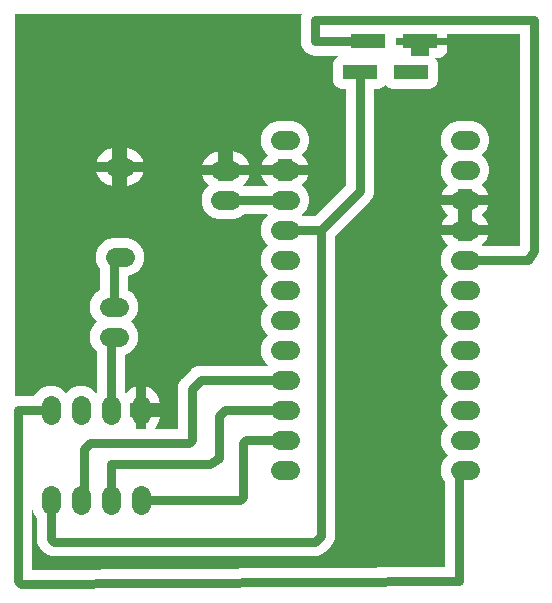
<source format=gtl>
G04 ---------------------------- Layer name :TOP LAYER*
G04 EasyEDA v5.8.22, Sun, 09 Dec 2018 21:39:12 GMT*
G04 2c5bf0bc6ca0461b88a5c6b9ef220c93*
G04 Gerber Generator version 0.2*
G04 Scale: 100 percent, Rotated: No, Reflected: No *
G04 Dimensions in millimeters *
G04 leading zeros omitted , absolute positions ,3 integer and 3 decimal *
%FSLAX33Y33*%
%MOMM*%
G90*
G71D02*

%ADD11C,0.799998*%
%ADD12R,2.999994X1.199998*%
%ADD13C,1.599997*%
%ADD14C,1.600200*%

%LPD*%
G36*
G01X36391Y1699D02*
G01X1453Y1460D01*
G01X1453Y6779D01*
G01X1454Y6776D01*
G01X1458Y6736D01*
G01X1463Y6697D01*
G01X1468Y6658D01*
G01X1475Y6618D01*
G01X1483Y6579D01*
G01X1492Y6540D01*
G01X1502Y6502D01*
G01X1513Y6463D01*
G01X1525Y6425D01*
G01X1537Y6387D01*
G01X1551Y6349D01*
G01X1566Y6312D01*
G01X1581Y6276D01*
G01X1597Y6239D01*
G01X1615Y6203D01*
G01X1633Y6168D01*
G01X1652Y6133D01*
G01X1672Y6098D01*
G01X1693Y6064D01*
G01X1714Y6031D01*
G01X1737Y5998D01*
G01X1760Y5965D01*
G01X1784Y5934D01*
G01X1809Y5902D01*
G01X1835Y5872D01*
G01X1847Y5858D01*
G01X1847Y4063D01*
G01X1848Y4040D01*
G01X1848Y4017D01*
G01X1849Y3994D01*
G01X1851Y3972D01*
G01X1853Y3949D01*
G01X1855Y3926D01*
G01X1858Y3903D01*
G01X1861Y3880D01*
G01X1865Y3858D01*
G01X1869Y3835D01*
G01X1874Y3812D01*
G01X1879Y3790D01*
G01X1884Y3768D01*
G01X1890Y3745D01*
G01X1897Y3723D01*
G01X1903Y3701D01*
G01X1910Y3680D01*
G01X1918Y3658D01*
G01X1926Y3636D01*
G01X1934Y3615D01*
G01X1943Y3594D01*
G01X1952Y3573D01*
G01X1962Y3552D01*
G01X1972Y3531D01*
G01X1982Y3510D01*
G01X1993Y3490D01*
G01X2004Y3470D01*
G01X2016Y3450D01*
G01X2028Y3431D01*
G01X2040Y3411D01*
G01X2053Y3392D01*
G01X2066Y3373D01*
G01X2079Y3354D01*
G01X2093Y3336D01*
G01X2107Y3318D01*
G01X2122Y3300D01*
G01X2136Y3282D01*
G01X2152Y3265D01*
G01X2167Y3248D01*
G01X2183Y3231D01*
G01X2199Y3215D01*
G01X2453Y2961D01*
G01X2469Y2945D01*
G01X2486Y2929D01*
G01X2503Y2914D01*
G01X2520Y2898D01*
G01X2538Y2884D01*
G01X2556Y2869D01*
G01X2574Y2855D01*
G01X2592Y2841D01*
G01X2611Y2828D01*
G01X2630Y2815D01*
G01X2649Y2802D01*
G01X2669Y2790D01*
G01X2688Y2778D01*
G01X2708Y2766D01*
G01X2728Y2755D01*
G01X2748Y2744D01*
G01X2769Y2734D01*
G01X2790Y2724D01*
G01X2811Y2714D01*
G01X2832Y2705D01*
G01X2853Y2696D01*
G01X2874Y2688D01*
G01X2896Y2680D01*
G01X2918Y2672D01*
G01X2939Y2665D01*
G01X2961Y2659D01*
G01X2983Y2652D01*
G01X3006Y2646D01*
G01X3028Y2641D01*
G01X3050Y2636D01*
G01X3073Y2631D01*
G01X3096Y2627D01*
G01X3118Y2623D01*
G01X3141Y2620D01*
G01X3164Y2617D01*
G01X3187Y2615D01*
G01X3210Y2613D01*
G01X3232Y2611D01*
G01X3255Y2610D01*
G01X3278Y2610D01*
G01X3301Y2609D01*
G01X25399Y2609D01*
G01X25422Y2610D01*
G01X25445Y2610D01*
G01X25468Y2611D01*
G01X25491Y2613D01*
G01X25514Y2615D01*
G01X25537Y2617D01*
G01X25560Y2620D01*
G01X25583Y2623D01*
G01X25605Y2627D01*
G01X25628Y2631D01*
G01X25650Y2636D01*
G01X25673Y2641D01*
G01X25695Y2646D01*
G01X25717Y2652D01*
G01X25740Y2659D01*
G01X25761Y2665D01*
G01X25783Y2672D01*
G01X25805Y2680D01*
G01X25827Y2688D01*
G01X25848Y2696D01*
G01X25869Y2705D01*
G01X25890Y2714D01*
G01X25911Y2724D01*
G01X25932Y2734D01*
G01X25952Y2744D01*
G01X25973Y2755D01*
G01X25993Y2766D01*
G01X26013Y2778D01*
G01X26032Y2790D01*
G01X26052Y2802D01*
G01X26071Y2815D01*
G01X26090Y2828D01*
G01X26108Y2841D01*
G01X26127Y2855D01*
G01X26145Y2869D01*
G01X26163Y2884D01*
G01X26180Y2898D01*
G01X26198Y2914D01*
G01X26215Y2929D01*
G01X26232Y2945D01*
G01X26248Y2961D01*
G01X26756Y3469D01*
G01X26772Y3485D01*
G01X26788Y3502D01*
G01X26803Y3519D01*
G01X26818Y3536D01*
G01X26833Y3554D01*
G01X26848Y3572D01*
G01X26862Y3590D01*
G01X26876Y3608D01*
G01X26889Y3627D01*
G01X26902Y3646D01*
G01X26915Y3665D01*
G01X26927Y3685D01*
G01X26939Y3704D01*
G01X26950Y3724D01*
G01X26962Y3744D01*
G01X26972Y3764D01*
G01X26983Y3785D01*
G01X26993Y3806D01*
G01X27002Y3827D01*
G01X27012Y3848D01*
G01X27020Y3869D01*
G01X27029Y3890D01*
G01X27037Y3912D01*
G01X27044Y3934D01*
G01X27051Y3955D01*
G01X27058Y3977D01*
G01X27065Y3999D01*
G01X27070Y4022D01*
G01X27076Y4044D01*
G01X27081Y4066D01*
G01X27085Y4089D01*
G01X27090Y4112D01*
G01X27093Y4134D01*
G01X27097Y4157D01*
G01X27099Y4180D01*
G01X27102Y4203D01*
G01X27104Y4226D01*
G01X27105Y4248D01*
G01X27107Y4271D01*
G01X27107Y4294D01*
G01X27107Y4317D01*
G01X27107Y29728D01*
G01X30074Y32695D01*
G01X30090Y32711D01*
G01X30106Y32728D01*
G01X30121Y32745D01*
G01X30136Y32762D01*
G01X30151Y32780D01*
G01X30166Y32798D01*
G01X30180Y32816D01*
G01X30194Y32834D01*
G01X30207Y32853D01*
G01X30220Y32872D01*
G01X30233Y32891D01*
G01X30245Y32911D01*
G01X30257Y32930D01*
G01X30268Y32950D01*
G01X30280Y32970D01*
G01X30290Y32990D01*
G01X30301Y33011D01*
G01X30311Y33032D01*
G01X30320Y33053D01*
G01X30330Y33074D01*
G01X30338Y33095D01*
G01X30347Y33116D01*
G01X30355Y33138D01*
G01X30362Y33160D01*
G01X30369Y33181D01*
G01X30376Y33203D01*
G01X30383Y33225D01*
G01X30388Y33248D01*
G01X30394Y33270D01*
G01X30399Y33292D01*
G01X30403Y33315D01*
G01X30408Y33338D01*
G01X30411Y33360D01*
G01X30415Y33383D01*
G01X30417Y33406D01*
G01X30420Y33429D01*
G01X30422Y33452D01*
G01X30423Y33474D01*
G01X30425Y33497D01*
G01X30425Y33520D01*
G01X30425Y33543D01*
G01X30425Y42181D01*
G01X30725Y42181D01*
G01X30745Y42181D01*
G01X30765Y42182D01*
G01X30785Y42183D01*
G01X30805Y42185D01*
G01X30825Y42187D01*
G01X30845Y42190D01*
G01X30864Y42193D01*
G01X30884Y42197D01*
G01X30903Y42201D01*
G01X30923Y42206D01*
G01X30942Y42211D01*
G01X30961Y42216D01*
G01X30980Y42223D01*
G01X30999Y42229D01*
G01X31018Y42236D01*
G01X31036Y42244D01*
G01X31054Y42252D01*
G01X31073Y42260D01*
G01X31090Y42269D01*
G01X31108Y42278D01*
G01X31125Y42288D01*
G01X31143Y42298D01*
G01X31159Y42309D01*
G01X31176Y42320D01*
G01X31192Y42331D01*
G01X31208Y42343D01*
G01X31224Y42355D01*
G01X31240Y42368D01*
G01X31255Y42381D01*
G01X31270Y42395D01*
G01X31284Y42408D01*
G01X31298Y42422D01*
G01X31312Y42437D01*
G01X31325Y42452D01*
G01X31338Y42467D01*
G01X31351Y42482D01*
G01X31363Y42498D01*
G01X31375Y42514D01*
G01X31376Y42515D01*
G01X31378Y42512D01*
G01X31390Y42496D01*
G01X31402Y42481D01*
G01X31415Y42465D01*
G01X31428Y42450D01*
G01X31441Y42435D01*
G01X31455Y42421D01*
G01X31469Y42407D01*
G01X31483Y42393D01*
G01X31498Y42380D01*
G01X31513Y42367D01*
G01X31529Y42354D01*
G01X31544Y42342D01*
G01X31560Y42330D01*
G01X31577Y42318D01*
G01X31593Y42307D01*
G01X31610Y42297D01*
G01X31627Y42287D01*
G01X31645Y42277D01*
G01X31662Y42268D01*
G01X31680Y42259D01*
G01X31698Y42250D01*
G01X31717Y42242D01*
G01X31735Y42235D01*
G01X31754Y42228D01*
G01X31773Y42221D01*
G01X31792Y42215D01*
G01X31811Y42209D01*
G01X31830Y42204D01*
G01X31849Y42199D01*
G01X31869Y42195D01*
G01X31889Y42192D01*
G01X31908Y42188D01*
G01X31928Y42186D01*
G01X31948Y42183D01*
G01X31968Y42182D01*
G01X31988Y42180D01*
G01X32007Y42180D01*
G01X32027Y42179D01*
G01X35027Y42179D01*
G01X35047Y42180D01*
G01X35067Y42180D01*
G01X35087Y42182D01*
G01X35107Y42183D01*
G01X35127Y42186D01*
G01X35147Y42188D01*
G01X35166Y42192D01*
G01X35186Y42195D01*
G01X35205Y42199D01*
G01X35225Y42204D01*
G01X35244Y42209D01*
G01X35263Y42215D01*
G01X35282Y42221D01*
G01X35301Y42228D01*
G01X35320Y42235D01*
G01X35338Y42242D01*
G01X35356Y42250D01*
G01X35375Y42259D01*
G01X35392Y42268D01*
G01X35410Y42277D01*
G01X35427Y42287D01*
G01X35445Y42297D01*
G01X35461Y42307D01*
G01X35478Y42318D01*
G01X35494Y42330D01*
G01X35510Y42342D01*
G01X35526Y42354D01*
G01X35542Y42367D01*
G01X35557Y42380D01*
G01X35572Y42393D01*
G01X35586Y42407D01*
G01X35600Y42421D01*
G01X35614Y42435D01*
G01X35627Y42450D01*
G01X35640Y42465D01*
G01X35653Y42481D01*
G01X35665Y42496D01*
G01X35677Y42512D01*
G01X35688Y42529D01*
G01X35699Y42545D01*
G01X35710Y42562D01*
G01X35720Y42579D01*
G01X35730Y42597D01*
G01X35739Y42614D01*
G01X35748Y42632D01*
G01X35757Y42650D01*
G01X35765Y42669D01*
G01X35772Y42687D01*
G01X35779Y42706D01*
G01X35786Y42725D01*
G01X35792Y42744D01*
G01X35798Y42763D01*
G01X35803Y42782D01*
G01X35807Y42801D01*
G01X35812Y42821D01*
G01X35815Y42841D01*
G01X35818Y42860D01*
G01X35821Y42880D01*
G01X35823Y42900D01*
G01X35825Y42920D01*
G01X35826Y42940D01*
G01X35827Y42959D01*
G01X35827Y42979D01*
G01X35827Y44179D01*
G01X35827Y44199D01*
G01X35826Y44219D01*
G01X35825Y44239D01*
G01X35823Y44259D01*
G01X35821Y44279D01*
G01X35818Y44299D01*
G01X35815Y44318D01*
G01X35812Y44338D01*
G01X35807Y44357D01*
G01X35803Y44377D01*
G01X35798Y44396D01*
G01X35792Y44415D01*
G01X35786Y44434D01*
G01X35779Y44453D01*
G01X35772Y44472D01*
G01X35765Y44490D01*
G01X35757Y44508D01*
G01X35748Y44527D01*
G01X35739Y44544D01*
G01X35730Y44562D01*
G01X35720Y44579D01*
G01X35710Y44597D01*
G01X35699Y44613D01*
G01X35688Y44630D01*
G01X35677Y44646D01*
G01X35665Y44662D01*
G01X35653Y44678D01*
G01X35640Y44694D01*
G01X35627Y44709D01*
G01X35614Y44724D01*
G01X35600Y44738D01*
G01X35586Y44752D01*
G01X35572Y44766D01*
G01X35557Y44779D01*
G01X35557Y44779D01*
G01X35827Y44779D01*
G01X35847Y44780D01*
G01X35867Y44780D01*
G01X35887Y44782D01*
G01X35907Y44783D01*
G01X35927Y44786D01*
G01X35947Y44788D01*
G01X35966Y44792D01*
G01X35986Y44795D01*
G01X36005Y44799D01*
G01X36025Y44804D01*
G01X36044Y44809D01*
G01X36063Y44815D01*
G01X36082Y44821D01*
G01X36101Y44828D01*
G01X36120Y44835D01*
G01X36138Y44842D01*
G01X36156Y44850D01*
G01X36175Y44859D01*
G01X36192Y44868D01*
G01X36210Y44877D01*
G01X36227Y44887D01*
G01X36245Y44897D01*
G01X36261Y44907D01*
G01X36278Y44918D01*
G01X36294Y44930D01*
G01X36310Y44942D01*
G01X36326Y44954D01*
G01X36342Y44967D01*
G01X36357Y44980D01*
G01X36372Y44993D01*
G01X36386Y45007D01*
G01X36400Y45021D01*
G01X36414Y45035D01*
G01X36427Y45050D01*
G01X36440Y45065D01*
G01X36453Y45081D01*
G01X36465Y45096D01*
G01X36477Y45112D01*
G01X36488Y45129D01*
G01X36499Y45145D01*
G01X36510Y45162D01*
G01X36520Y45179D01*
G01X36530Y45197D01*
G01X36539Y45214D01*
G01X36548Y45232D01*
G01X36557Y45250D01*
G01X36565Y45269D01*
G01X36572Y45287D01*
G01X36579Y45306D01*
G01X36586Y45325D01*
G01X36592Y45344D01*
G01X36598Y45363D01*
G01X36603Y45382D01*
G01X36607Y45401D01*
G01X36612Y45421D01*
G01X36615Y45441D01*
G01X36618Y45460D01*
G01X36621Y45480D01*
G01X36623Y45500D01*
G01X36625Y45520D01*
G01X36626Y45540D01*
G01X36627Y45559D01*
G01X36627Y45579D01*
G01X36627Y45879D01*
G01X35078Y45879D01*
G01X35078Y44978D01*
G01X35067Y44978D01*
G01X35047Y44979D01*
G01X35027Y44979D01*
G01X33578Y44979D01*
G01X33578Y45879D01*
G01X32227Y45879D01*
G01X32227Y46479D01*
G01X33578Y46479D01*
G01X33578Y46805D01*
G01X35078Y46805D01*
G01X35078Y46479D01*
G01X36627Y46479D01*
G01X36627Y46779D01*
G01X36627Y46799D01*
G01X36627Y46805D01*
G01X42741Y46805D01*
G01X42741Y28885D01*
G01X39602Y28885D01*
G01X39588Y28898D01*
G01X39557Y28924D01*
G01X39526Y28949D01*
G01X39517Y28955D01*
G01X39526Y28962D01*
G01X39557Y28987D01*
G01X39588Y29013D01*
G01X39618Y29039D01*
G01X39647Y29066D01*
G01X39675Y29094D01*
G01X39703Y29123D01*
G01X39730Y29152D01*
G01X39757Y29182D01*
G01X39782Y29212D01*
G01X39807Y29244D01*
G01X39831Y29275D01*
G01X39855Y29308D01*
G01X39877Y29341D01*
G01X39899Y29374D01*
G01X39919Y29408D01*
G01X39939Y29443D01*
G01X39958Y29478D01*
G01X39977Y29513D01*
G01X39994Y29549D01*
G01X40010Y29585D01*
G01X40026Y29622D01*
G01X40041Y29660D01*
G01X40054Y29697D01*
G01X40067Y29735D01*
G01X40079Y29773D01*
G01X40089Y29812D01*
G01X40093Y29825D01*
G01X38722Y29825D01*
G01X38722Y29275D01*
G01X38684Y29279D01*
G01X38644Y29282D01*
G01X38604Y29284D01*
G01X38564Y29285D01*
G01X38544Y29286D01*
G01X37655Y29286D01*
G01X37635Y29285D01*
G01X37595Y29284D01*
G01X37555Y29282D01*
G01X37515Y29279D01*
G01X37477Y29275D01*
G01X37477Y29825D01*
G01X36106Y29825D01*
G01X36109Y29812D01*
G01X36120Y29773D01*
G01X36132Y29735D01*
G01X36145Y29697D01*
G01X36158Y29660D01*
G01X36173Y29622D01*
G01X36189Y29585D01*
G01X36205Y29549D01*
G01X36222Y29513D01*
G01X36240Y29478D01*
G01X36259Y29443D01*
G01X36279Y29408D01*
G01X36300Y29374D01*
G01X36322Y29341D01*
G01X36344Y29308D01*
G01X36367Y29275D01*
G01X36392Y29244D01*
G01X36417Y29212D01*
G01X36442Y29182D01*
G01X36469Y29152D01*
G01X36496Y29123D01*
G01X36524Y29094D01*
G01X36552Y29066D01*
G01X36581Y29039D01*
G01X36611Y29013D01*
G01X36642Y28987D01*
G01X36673Y28962D01*
G01X36682Y28955D01*
G01X36673Y28949D01*
G01X36642Y28924D01*
G01X36611Y28898D01*
G01X36581Y28872D01*
G01X36552Y28845D01*
G01X36524Y28817D01*
G01X36496Y28788D01*
G01X36469Y28759D01*
G01X36442Y28729D01*
G01X36417Y28699D01*
G01X36392Y28667D01*
G01X36367Y28635D01*
G01X36344Y28603D01*
G01X36322Y28570D01*
G01X36300Y28537D01*
G01X36279Y28503D01*
G01X36259Y28468D01*
G01X36240Y28433D01*
G01X36222Y28397D01*
G01X36205Y28361D01*
G01X36189Y28326D01*
G01X36173Y28289D01*
G01X36158Y28251D01*
G01X36145Y28214D01*
G01X36132Y28176D01*
G01X36120Y28138D01*
G01X36109Y28099D01*
G01X36100Y28061D01*
G01X36091Y28022D01*
G01X36083Y27983D01*
G01X36076Y27944D01*
G01X36070Y27905D01*
G01X36065Y27864D01*
G01X36061Y27825D01*
G01X36058Y27785D01*
G01X36056Y27745D01*
G01X36055Y27705D01*
G01X36055Y27665D01*
G01X36056Y27626D01*
G01X36058Y27586D01*
G01X36061Y27546D01*
G01X36065Y27506D01*
G01X36070Y27466D01*
G01X36076Y27427D01*
G01X36083Y27388D01*
G01X36091Y27349D01*
G01X36100Y27310D01*
G01X36109Y27272D01*
G01X36120Y27233D01*
G01X36132Y27195D01*
G01X36145Y27157D01*
G01X36158Y27120D01*
G01X36173Y27082D01*
G01X36189Y27045D01*
G01X36205Y27009D01*
G01X36222Y26973D01*
G01X36240Y26938D01*
G01X36259Y26903D01*
G01X36279Y26868D01*
G01X36300Y26834D01*
G01X36322Y26801D01*
G01X36344Y26768D01*
G01X36367Y26735D01*
G01X36392Y26704D01*
G01X36417Y26672D01*
G01X36442Y26642D01*
G01X36469Y26612D01*
G01X36496Y26583D01*
G01X36524Y26554D01*
G01X36552Y26526D01*
G01X36581Y26499D01*
G01X36611Y26473D01*
G01X36642Y26447D01*
G01X36673Y26422D01*
G01X36682Y26415D01*
G01X36673Y26409D01*
G01X36642Y26384D01*
G01X36611Y26358D01*
G01X36581Y26332D01*
G01X36552Y26305D01*
G01X36524Y26277D01*
G01X36496Y26248D01*
G01X36469Y26219D01*
G01X36442Y26189D01*
G01X36417Y26159D01*
G01X36392Y26127D01*
G01X36367Y26095D01*
G01X36344Y26063D01*
G01X36322Y26030D01*
G01X36300Y25997D01*
G01X36279Y25963D01*
G01X36259Y25928D01*
G01X36240Y25893D01*
G01X36222Y25857D01*
G01X36205Y25821D01*
G01X36189Y25786D01*
G01X36173Y25749D01*
G01X36158Y25711D01*
G01X36145Y25674D01*
G01X36132Y25636D01*
G01X36120Y25598D01*
G01X36109Y25559D01*
G01X36100Y25521D01*
G01X36091Y25482D01*
G01X36083Y25443D01*
G01X36076Y25404D01*
G01X36070Y25365D01*
G01X36065Y25324D01*
G01X36061Y25285D01*
G01X36058Y25245D01*
G01X36056Y25205D01*
G01X36055Y25165D01*
G01X36055Y25125D01*
G01X36056Y25086D01*
G01X36058Y25046D01*
G01X36061Y25006D01*
G01X36065Y24966D01*
G01X36070Y24926D01*
G01X36076Y24887D01*
G01X36083Y24848D01*
G01X36091Y24809D01*
G01X36100Y24770D01*
G01X36109Y24732D01*
G01X36120Y24693D01*
G01X36132Y24655D01*
G01X36145Y24617D01*
G01X36158Y24580D01*
G01X36173Y24542D01*
G01X36189Y24505D01*
G01X36205Y24469D01*
G01X36222Y24433D01*
G01X36240Y24398D01*
G01X36259Y24363D01*
G01X36279Y24328D01*
G01X36300Y24294D01*
G01X36322Y24261D01*
G01X36344Y24228D01*
G01X36367Y24195D01*
G01X36392Y24164D01*
G01X36417Y24132D01*
G01X36442Y24102D01*
G01X36469Y24072D01*
G01X36496Y24043D01*
G01X36524Y24014D01*
G01X36552Y23986D01*
G01X36581Y23959D01*
G01X36611Y23933D01*
G01X36642Y23907D01*
G01X36673Y23882D01*
G01X36682Y23875D01*
G01X36673Y23869D01*
G01X36642Y23844D01*
G01X36611Y23818D01*
G01X36581Y23792D01*
G01X36552Y23765D01*
G01X36524Y23737D01*
G01X36496Y23708D01*
G01X36469Y23679D01*
G01X36442Y23649D01*
G01X36417Y23619D01*
G01X36392Y23587D01*
G01X36367Y23555D01*
G01X36344Y23523D01*
G01X36322Y23490D01*
G01X36300Y23457D01*
G01X36279Y23423D01*
G01X36259Y23388D01*
G01X36240Y23353D01*
G01X36222Y23317D01*
G01X36205Y23281D01*
G01X36189Y23246D01*
G01X36173Y23209D01*
G01X36158Y23171D01*
G01X36145Y23134D01*
G01X36132Y23096D01*
G01X36120Y23058D01*
G01X36109Y23019D01*
G01X36100Y22981D01*
G01X36091Y22942D01*
G01X36083Y22903D01*
G01X36076Y22864D01*
G01X36070Y22825D01*
G01X36065Y22784D01*
G01X36061Y22745D01*
G01X36058Y22705D01*
G01X36056Y22665D01*
G01X36055Y22625D01*
G01X36055Y22585D01*
G01X36056Y22546D01*
G01X36058Y22506D01*
G01X36061Y22466D01*
G01X36065Y22426D01*
G01X36070Y22386D01*
G01X36076Y22347D01*
G01X36083Y22308D01*
G01X36091Y22269D01*
G01X36100Y22230D01*
G01X36109Y22192D01*
G01X36120Y22153D01*
G01X36132Y22115D01*
G01X36145Y22077D01*
G01X36158Y22040D01*
G01X36173Y22002D01*
G01X36189Y21965D01*
G01X36205Y21929D01*
G01X36222Y21893D01*
G01X36240Y21858D01*
G01X36259Y21823D01*
G01X36279Y21788D01*
G01X36300Y21754D01*
G01X36322Y21721D01*
G01X36344Y21688D01*
G01X36367Y21655D01*
G01X36392Y21624D01*
G01X36417Y21592D01*
G01X36442Y21562D01*
G01X36469Y21532D01*
G01X36496Y21503D01*
G01X36524Y21474D01*
G01X36552Y21446D01*
G01X36581Y21419D01*
G01X36611Y21393D01*
G01X36642Y21367D01*
G01X36673Y21342D01*
G01X36682Y21335D01*
G01X36673Y21329D01*
G01X36642Y21304D01*
G01X36611Y21278D01*
G01X36581Y21252D01*
G01X36552Y21225D01*
G01X36524Y21197D01*
G01X36496Y21168D01*
G01X36469Y21139D01*
G01X36442Y21109D01*
G01X36417Y21079D01*
G01X36392Y21047D01*
G01X36367Y21015D01*
G01X36344Y20983D01*
G01X36322Y20950D01*
G01X36300Y20917D01*
G01X36279Y20883D01*
G01X36259Y20848D01*
G01X36240Y20813D01*
G01X36222Y20777D01*
G01X36205Y20741D01*
G01X36189Y20706D01*
G01X36173Y20669D01*
G01X36158Y20631D01*
G01X36145Y20594D01*
G01X36132Y20556D01*
G01X36120Y20518D01*
G01X36109Y20479D01*
G01X36100Y20441D01*
G01X36091Y20402D01*
G01X36083Y20363D01*
G01X36076Y20324D01*
G01X36070Y20285D01*
G01X36065Y20244D01*
G01X36061Y20205D01*
G01X36058Y20165D01*
G01X36056Y20125D01*
G01X36055Y20085D01*
G01X36055Y20045D01*
G01X36056Y20006D01*
G01X36058Y19966D01*
G01X36061Y19926D01*
G01X36065Y19886D01*
G01X36070Y19846D01*
G01X36076Y19807D01*
G01X36083Y19768D01*
G01X36091Y19729D01*
G01X36100Y19690D01*
G01X36109Y19652D01*
G01X36120Y19613D01*
G01X36132Y19575D01*
G01X36145Y19537D01*
G01X36158Y19500D01*
G01X36173Y19462D01*
G01X36189Y19425D01*
G01X36205Y19389D01*
G01X36222Y19353D01*
G01X36240Y19318D01*
G01X36259Y19283D01*
G01X36279Y19248D01*
G01X36300Y19214D01*
G01X36322Y19181D01*
G01X36344Y19148D01*
G01X36367Y19115D01*
G01X36392Y19084D01*
G01X36417Y19052D01*
G01X36442Y19022D01*
G01X36469Y18992D01*
G01X36496Y18963D01*
G01X36524Y18934D01*
G01X36552Y18906D01*
G01X36581Y18879D01*
G01X36611Y18853D01*
G01X36642Y18827D01*
G01X36673Y18802D01*
G01X36682Y18795D01*
G01X36673Y18789D01*
G01X36642Y18764D01*
G01X36611Y18738D01*
G01X36581Y18712D01*
G01X36552Y18685D01*
G01X36524Y18657D01*
G01X36496Y18628D01*
G01X36469Y18599D01*
G01X36442Y18569D01*
G01X36417Y18539D01*
G01X36392Y18507D01*
G01X36367Y18475D01*
G01X36344Y18443D01*
G01X36322Y18410D01*
G01X36300Y18377D01*
G01X36279Y18343D01*
G01X36259Y18308D01*
G01X36240Y18273D01*
G01X36222Y18237D01*
G01X36205Y18201D01*
G01X36189Y18166D01*
G01X36173Y18129D01*
G01X36158Y18091D01*
G01X36145Y18054D01*
G01X36132Y18016D01*
G01X36120Y17978D01*
G01X36109Y17939D01*
G01X36100Y17901D01*
G01X36091Y17862D01*
G01X36083Y17823D01*
G01X36076Y17784D01*
G01X36070Y17745D01*
G01X36065Y17704D01*
G01X36061Y17665D01*
G01X36058Y17625D01*
G01X36056Y17585D01*
G01X36055Y17545D01*
G01X36055Y17505D01*
G01X36056Y17466D01*
G01X36058Y17426D01*
G01X36061Y17386D01*
G01X36065Y17346D01*
G01X36070Y17306D01*
G01X36076Y17267D01*
G01X36083Y17228D01*
G01X36091Y17189D01*
G01X36100Y17150D01*
G01X36109Y17112D01*
G01X36120Y17073D01*
G01X36132Y17035D01*
G01X36145Y16997D01*
G01X36158Y16960D01*
G01X36173Y16922D01*
G01X36189Y16885D01*
G01X36205Y16849D01*
G01X36222Y16813D01*
G01X36240Y16778D01*
G01X36259Y16743D01*
G01X36279Y16708D01*
G01X36300Y16674D01*
G01X36322Y16641D01*
G01X36344Y16608D01*
G01X36367Y16575D01*
G01X36392Y16544D01*
G01X36417Y16512D01*
G01X36442Y16482D01*
G01X36469Y16452D01*
G01X36496Y16423D01*
G01X36524Y16394D01*
G01X36552Y16366D01*
G01X36581Y16339D01*
G01X36611Y16313D01*
G01X36642Y16287D01*
G01X36673Y16262D01*
G01X36682Y16255D01*
G01X36673Y16249D01*
G01X36642Y16224D01*
G01X36611Y16198D01*
G01X36581Y16172D01*
G01X36552Y16145D01*
G01X36524Y16117D01*
G01X36496Y16088D01*
G01X36469Y16059D01*
G01X36442Y16029D01*
G01X36417Y15999D01*
G01X36392Y15967D01*
G01X36367Y15935D01*
G01X36344Y15903D01*
G01X36322Y15870D01*
G01X36300Y15837D01*
G01X36279Y15803D01*
G01X36259Y15768D01*
G01X36240Y15733D01*
G01X36222Y15697D01*
G01X36205Y15661D01*
G01X36189Y15626D01*
G01X36173Y15589D01*
G01X36158Y15551D01*
G01X36145Y15514D01*
G01X36132Y15476D01*
G01X36120Y15438D01*
G01X36109Y15399D01*
G01X36100Y15361D01*
G01X36091Y15322D01*
G01X36083Y15283D01*
G01X36076Y15244D01*
G01X36070Y15205D01*
G01X36065Y15164D01*
G01X36061Y15125D01*
G01X36058Y15085D01*
G01X36056Y15045D01*
G01X36055Y15005D01*
G01X36055Y14965D01*
G01X36056Y14926D01*
G01X36058Y14886D01*
G01X36061Y14846D01*
G01X36065Y14806D01*
G01X36070Y14766D01*
G01X36076Y14727D01*
G01X36083Y14688D01*
G01X36091Y14649D01*
G01X36100Y14610D01*
G01X36109Y14572D01*
G01X36120Y14533D01*
G01X36132Y14495D01*
G01X36145Y14457D01*
G01X36158Y14420D01*
G01X36173Y14382D01*
G01X36189Y14345D01*
G01X36205Y14309D01*
G01X36222Y14273D01*
G01X36240Y14238D01*
G01X36259Y14203D01*
G01X36279Y14168D01*
G01X36300Y14134D01*
G01X36322Y14101D01*
G01X36344Y14068D01*
G01X36367Y14035D01*
G01X36392Y14004D01*
G01X36417Y13972D01*
G01X36442Y13942D01*
G01X36469Y13912D01*
G01X36496Y13883D01*
G01X36524Y13854D01*
G01X36552Y13826D01*
G01X36581Y13799D01*
G01X36611Y13773D01*
G01X36642Y13747D01*
G01X36673Y13722D01*
G01X36682Y13715D01*
G01X36673Y13709D01*
G01X36642Y13684D01*
G01X36611Y13658D01*
G01X36581Y13632D01*
G01X36552Y13605D01*
G01X36524Y13577D01*
G01X36496Y13548D01*
G01X36469Y13519D01*
G01X36442Y13489D01*
G01X36417Y13459D01*
G01X36392Y13427D01*
G01X36367Y13395D01*
G01X36344Y13363D01*
G01X36322Y13330D01*
G01X36300Y13297D01*
G01X36279Y13263D01*
G01X36259Y13228D01*
G01X36240Y13193D01*
G01X36222Y13157D01*
G01X36205Y13121D01*
G01X36189Y13086D01*
G01X36173Y13049D01*
G01X36158Y13011D01*
G01X36145Y12974D01*
G01X36132Y12936D01*
G01X36120Y12898D01*
G01X36109Y12859D01*
G01X36100Y12821D01*
G01X36091Y12782D01*
G01X36083Y12743D01*
G01X36076Y12704D01*
G01X36070Y12665D01*
G01X36065Y12624D01*
G01X36061Y12585D01*
G01X36058Y12545D01*
G01X36056Y12505D01*
G01X36055Y12465D01*
G01X36055Y12425D01*
G01X36056Y12386D01*
G01X36058Y12346D01*
G01X36061Y12306D01*
G01X36065Y12266D01*
G01X36070Y12226D01*
G01X36076Y12187D01*
G01X36083Y12148D01*
G01X36091Y12109D01*
G01X36100Y12070D01*
G01X36109Y12032D01*
G01X36120Y11993D01*
G01X36132Y11955D01*
G01X36145Y11917D01*
G01X36158Y11880D01*
G01X36173Y11842D01*
G01X36189Y11805D01*
G01X36205Y11769D01*
G01X36222Y11733D01*
G01X36240Y11698D01*
G01X36259Y11663D01*
G01X36279Y11628D01*
G01X36300Y11594D01*
G01X36322Y11561D01*
G01X36344Y11528D01*
G01X36367Y11495D01*
G01X36392Y11464D01*
G01X36417Y11432D01*
G01X36442Y11402D01*
G01X36469Y11372D01*
G01X36496Y11343D01*
G01X36524Y11314D01*
G01X36552Y11286D01*
G01X36581Y11259D01*
G01X36611Y11233D01*
G01X36642Y11207D01*
G01X36673Y11182D01*
G01X36682Y11175D01*
G01X36673Y11169D01*
G01X36642Y11144D01*
G01X36611Y11118D01*
G01X36581Y11092D01*
G01X36552Y11065D01*
G01X36524Y11037D01*
G01X36496Y11008D01*
G01X36469Y10979D01*
G01X36442Y10949D01*
G01X36417Y10919D01*
G01X36392Y10887D01*
G01X36367Y10855D01*
G01X36344Y10823D01*
G01X36322Y10790D01*
G01X36300Y10757D01*
G01X36279Y10723D01*
G01X36259Y10688D01*
G01X36240Y10653D01*
G01X36222Y10617D01*
G01X36205Y10581D01*
G01X36189Y10546D01*
G01X36173Y10509D01*
G01X36158Y10471D01*
G01X36145Y10434D01*
G01X36132Y10396D01*
G01X36120Y10358D01*
G01X36109Y10319D01*
G01X36100Y10281D01*
G01X36091Y10242D01*
G01X36083Y10203D01*
G01X36076Y10164D01*
G01X36070Y10125D01*
G01X36065Y10084D01*
G01X36061Y10045D01*
G01X36058Y10005D01*
G01X36056Y9965D01*
G01X36055Y9925D01*
G01X36055Y9885D01*
G01X36056Y9846D01*
G01X36058Y9806D01*
G01X36061Y9766D01*
G01X36065Y9726D01*
G01X36070Y9686D01*
G01X36076Y9647D01*
G01X36083Y9608D01*
G01X36091Y9569D01*
G01X36100Y9530D01*
G01X36109Y9492D01*
G01X36120Y9453D01*
G01X36132Y9415D01*
G01X36145Y9377D01*
G01X36158Y9340D01*
G01X36173Y9302D01*
G01X36189Y9265D01*
G01X36205Y9229D01*
G01X36222Y9193D01*
G01X36240Y9158D01*
G01X36259Y9123D01*
G01X36279Y9088D01*
G01X36300Y9054D01*
G01X36322Y9021D01*
G01X36344Y8988D01*
G01X36367Y8955D01*
G01X36391Y8924D01*
G01X36391Y1699D01*
G37*

%LPC*%
G36*
G01X38722Y32365D02*
G01X38722Y30625D01*
G01X40093Y30625D01*
G01X40089Y30639D01*
G01X40079Y30678D01*
G01X40067Y30716D01*
G01X40054Y30754D01*
G01X40041Y30791D01*
G01X40026Y30829D01*
G01X40010Y30866D01*
G01X39994Y30901D01*
G01X39977Y30937D01*
G01X39958Y30973D01*
G01X39939Y31008D01*
G01X39919Y31043D01*
G01X39899Y31077D01*
G01X39877Y31110D01*
G01X39855Y31143D01*
G01X39831Y31175D01*
G01X39807Y31207D01*
G01X39782Y31239D01*
G01X39757Y31269D01*
G01X39730Y31299D01*
G01X39703Y31328D01*
G01X39675Y31357D01*
G01X39647Y31385D01*
G01X39618Y31412D01*
G01X39588Y31438D01*
G01X39557Y31464D01*
G01X39526Y31489D01*
G01X39517Y31495D01*
G01X39526Y31502D01*
G01X39557Y31527D01*
G01X39588Y31553D01*
G01X39618Y31579D01*
G01X39647Y31606D01*
G01X39675Y31634D01*
G01X39703Y31663D01*
G01X39730Y31692D01*
G01X39757Y31722D01*
G01X39782Y31752D01*
G01X39807Y31784D01*
G01X39831Y31815D01*
G01X39855Y31848D01*
G01X39877Y31881D01*
G01X39899Y31914D01*
G01X39919Y31948D01*
G01X39939Y31983D01*
G01X39958Y32018D01*
G01X39977Y32053D01*
G01X39994Y32089D01*
G01X40010Y32125D01*
G01X40026Y32162D01*
G01X40041Y32200D01*
G01X40054Y32237D01*
G01X40067Y32275D01*
G01X40079Y32313D01*
G01X40089Y32352D01*
G01X40093Y32365D01*
G01X38722Y32365D01*
G37*
G36*
G01X36109Y30639D02*
G01X36106Y30625D01*
G01X37477Y30625D01*
G01X37477Y32365D01*
G01X36106Y32365D01*
G01X36109Y32352D01*
G01X36120Y32313D01*
G01X36132Y32275D01*
G01X36145Y32237D01*
G01X36158Y32200D01*
G01X36173Y32162D01*
G01X36189Y32125D01*
G01X36205Y32089D01*
G01X36222Y32053D01*
G01X36240Y32018D01*
G01X36259Y31983D01*
G01X36279Y31948D01*
G01X36300Y31914D01*
G01X36322Y31881D01*
G01X36344Y31848D01*
G01X36367Y31815D01*
G01X36392Y31784D01*
G01X36417Y31752D01*
G01X36442Y31722D01*
G01X36469Y31692D01*
G01X36496Y31663D01*
G01X36524Y31634D01*
G01X36552Y31606D01*
G01X36581Y31579D01*
G01X36611Y31553D01*
G01X36642Y31527D01*
G01X36673Y31502D01*
G01X36682Y31495D01*
G01X36673Y31489D01*
G01X36642Y31464D01*
G01X36611Y31438D01*
G01X36581Y31412D01*
G01X36552Y31385D01*
G01X36524Y31357D01*
G01X36496Y31328D01*
G01X36469Y31299D01*
G01X36442Y31269D01*
G01X36417Y31239D01*
G01X36392Y31207D01*
G01X36367Y31175D01*
G01X36344Y31143D01*
G01X36322Y31110D01*
G01X36300Y31077D01*
G01X36279Y31043D01*
G01X36259Y31008D01*
G01X36240Y30973D01*
G01X36222Y30937D01*
G01X36205Y30901D01*
G01X36189Y30866D01*
G01X36173Y30829D01*
G01X36158Y30791D01*
G01X36145Y30754D01*
G01X36132Y30716D01*
G01X36120Y30678D01*
G01X36109Y30639D01*
G37*
G36*
G01X36109Y33179D02*
G01X36106Y33165D01*
G01X37477Y33165D01*
G01X37477Y33715D01*
G01X37515Y33712D01*
G01X37555Y33709D01*
G01X37595Y33707D01*
G01X37635Y33706D01*
G01X37655Y33705D01*
G01X38544Y33705D01*
G01X38564Y33706D01*
G01X38604Y33707D01*
G01X38644Y33709D01*
G01X38684Y33712D01*
G01X38722Y33715D01*
G01X38722Y33165D01*
G01X40093Y33165D01*
G01X40089Y33179D01*
G01X40079Y33218D01*
G01X40067Y33256D01*
G01X40054Y33294D01*
G01X40041Y33331D01*
G01X40026Y33369D01*
G01X40010Y33406D01*
G01X39994Y33441D01*
G01X39977Y33477D01*
G01X39958Y33513D01*
G01X39939Y33548D01*
G01X39919Y33583D01*
G01X39899Y33617D01*
G01X39877Y33650D01*
G01X39855Y33683D01*
G01X39831Y33715D01*
G01X39807Y33747D01*
G01X39782Y33779D01*
G01X39757Y33809D01*
G01X39730Y33839D01*
G01X39703Y33868D01*
G01X39675Y33897D01*
G01X39647Y33925D01*
G01X39618Y33952D01*
G01X39588Y33978D01*
G01X39557Y34004D01*
G01X39526Y34029D01*
G01X39517Y34035D01*
G01X39526Y34042D01*
G01X39557Y34067D01*
G01X39588Y34093D01*
G01X39618Y34119D01*
G01X39647Y34146D01*
G01X39675Y34174D01*
G01X39703Y34203D01*
G01X39730Y34232D01*
G01X39757Y34262D01*
G01X39782Y34292D01*
G01X39807Y34324D01*
G01X39831Y34355D01*
G01X39855Y34388D01*
G01X39877Y34421D01*
G01X39899Y34454D01*
G01X39919Y34488D01*
G01X39939Y34523D01*
G01X39958Y34558D01*
G01X39977Y34593D01*
G01X39994Y34629D01*
G01X40010Y34665D01*
G01X40026Y34702D01*
G01X40041Y34740D01*
G01X40054Y34777D01*
G01X40067Y34815D01*
G01X40079Y34853D01*
G01X40089Y34892D01*
G01X40099Y34930D01*
G01X40108Y34969D01*
G01X40116Y35008D01*
G01X40123Y35047D01*
G01X40129Y35086D01*
G01X40134Y35126D01*
G01X40138Y35166D01*
G01X40141Y35206D01*
G01X40143Y35246D01*
G01X40144Y35285D01*
G01X40144Y35325D01*
G01X40143Y35365D01*
G01X40141Y35405D01*
G01X40138Y35445D01*
G01X40134Y35484D01*
G01X40129Y35525D01*
G01X40123Y35564D01*
G01X40116Y35603D01*
G01X40108Y35642D01*
G01X40099Y35681D01*
G01X40089Y35719D01*
G01X40079Y35758D01*
G01X40067Y35796D01*
G01X40054Y35834D01*
G01X40041Y35871D01*
G01X40026Y35909D01*
G01X40010Y35946D01*
G01X39994Y35981D01*
G01X39977Y36017D01*
G01X39958Y36053D01*
G01X39939Y36088D01*
G01X39919Y36123D01*
G01X39899Y36157D01*
G01X39877Y36190D01*
G01X39855Y36223D01*
G01X39831Y36255D01*
G01X39807Y36287D01*
G01X39782Y36319D01*
G01X39757Y36349D01*
G01X39730Y36379D01*
G01X39703Y36408D01*
G01X39675Y36437D01*
G01X39647Y36465D01*
G01X39618Y36492D01*
G01X39588Y36518D01*
G01X39557Y36544D01*
G01X39526Y36569D01*
G01X39517Y36575D01*
G01X39526Y36582D01*
G01X39557Y36607D01*
G01X39588Y36633D01*
G01X39618Y36659D01*
G01X39647Y36686D01*
G01X39675Y36714D01*
G01X39703Y36743D01*
G01X39730Y36772D01*
G01X39757Y36802D01*
G01X39782Y36832D01*
G01X39807Y36864D01*
G01X39831Y36895D01*
G01X39855Y36928D01*
G01X39877Y36961D01*
G01X39899Y36994D01*
G01X39919Y37028D01*
G01X39939Y37063D01*
G01X39958Y37098D01*
G01X39977Y37133D01*
G01X39994Y37169D01*
G01X40010Y37205D01*
G01X40026Y37242D01*
G01X40041Y37280D01*
G01X40054Y37317D01*
G01X40067Y37355D01*
G01X40079Y37393D01*
G01X40089Y37432D01*
G01X40099Y37470D01*
G01X40108Y37509D01*
G01X40116Y37548D01*
G01X40123Y37587D01*
G01X40129Y37626D01*
G01X40134Y37666D01*
G01X40138Y37706D01*
G01X40141Y37746D01*
G01X40143Y37786D01*
G01X40144Y37825D01*
G01X40144Y37865D01*
G01X40143Y37905D01*
G01X40141Y37945D01*
G01X40138Y37985D01*
G01X40134Y38024D01*
G01X40129Y38065D01*
G01X40123Y38104D01*
G01X40116Y38143D01*
G01X40108Y38182D01*
G01X40099Y38221D01*
G01X40089Y38259D01*
G01X40079Y38298D01*
G01X40067Y38336D01*
G01X40054Y38374D01*
G01X40041Y38411D01*
G01X40026Y38449D01*
G01X40010Y38486D01*
G01X39994Y38521D01*
G01X39977Y38557D01*
G01X39958Y38593D01*
G01X39939Y38628D01*
G01X39919Y38663D01*
G01X39899Y38697D01*
G01X39877Y38730D01*
G01X39855Y38763D01*
G01X39831Y38795D01*
G01X39807Y38827D01*
G01X39782Y38859D01*
G01X39757Y38889D01*
G01X39730Y38919D01*
G01X39703Y38948D01*
G01X39675Y38977D01*
G01X39647Y39005D01*
G01X39618Y39032D01*
G01X39588Y39058D01*
G01X39557Y39084D01*
G01X39526Y39109D01*
G01X39494Y39133D01*
G01X39462Y39156D01*
G01X39428Y39179D01*
G01X39395Y39200D01*
G01X39361Y39221D01*
G01X39326Y39241D01*
G01X39292Y39260D01*
G01X39256Y39278D01*
G01X39220Y39295D01*
G01X39184Y39312D01*
G01X39147Y39328D01*
G01X39110Y39342D01*
G01X39073Y39356D01*
G01X39035Y39368D01*
G01X38996Y39380D01*
G01X38958Y39391D01*
G01X38919Y39401D01*
G01X38880Y39410D01*
G01X38842Y39417D01*
G01X38802Y39424D01*
G01X38762Y39430D01*
G01X38723Y39435D01*
G01X38684Y39439D01*
G01X38644Y39442D01*
G01X38604Y39444D01*
G01X38564Y39445D01*
G01X38544Y39446D01*
G01X37655Y39446D01*
G01X37635Y39445D01*
G01X37595Y39444D01*
G01X37555Y39442D01*
G01X37515Y39439D01*
G01X37476Y39435D01*
G01X37436Y39430D01*
G01X37397Y39424D01*
G01X37357Y39417D01*
G01X37319Y39410D01*
G01X37280Y39401D01*
G01X37241Y39391D01*
G01X37203Y39380D01*
G01X37164Y39368D01*
G01X37126Y39356D01*
G01X37089Y39342D01*
G01X37052Y39328D01*
G01X37015Y39312D01*
G01X36979Y39295D01*
G01X36943Y39278D01*
G01X36907Y39260D01*
G01X36872Y39241D01*
G01X36838Y39221D01*
G01X36804Y39200D01*
G01X36770Y39179D01*
G01X36737Y39156D01*
G01X36705Y39133D01*
G01X36673Y39109D01*
G01X36642Y39084D01*
G01X36611Y39058D01*
G01X36581Y39032D01*
G01X36552Y39005D01*
G01X36524Y38977D01*
G01X36496Y38948D01*
G01X36469Y38919D01*
G01X36442Y38889D01*
G01X36417Y38859D01*
G01X36392Y38827D01*
G01X36367Y38795D01*
G01X36344Y38763D01*
G01X36322Y38730D01*
G01X36300Y38697D01*
G01X36279Y38663D01*
G01X36259Y38628D01*
G01X36240Y38593D01*
G01X36222Y38557D01*
G01X36205Y38521D01*
G01X36189Y38486D01*
G01X36173Y38449D01*
G01X36158Y38411D01*
G01X36145Y38374D01*
G01X36132Y38336D01*
G01X36120Y38298D01*
G01X36109Y38259D01*
G01X36100Y38221D01*
G01X36091Y38182D01*
G01X36083Y38143D01*
G01X36076Y38104D01*
G01X36070Y38065D01*
G01X36065Y38024D01*
G01X36061Y37985D01*
G01X36058Y37945D01*
G01X36056Y37905D01*
G01X36055Y37865D01*
G01X36055Y37825D01*
G01X36056Y37786D01*
G01X36058Y37746D01*
G01X36061Y37706D01*
G01X36065Y37666D01*
G01X36070Y37626D01*
G01X36076Y37587D01*
G01X36083Y37548D01*
G01X36091Y37509D01*
G01X36100Y37470D01*
G01X36109Y37432D01*
G01X36120Y37393D01*
G01X36132Y37355D01*
G01X36145Y37317D01*
G01X36158Y37280D01*
G01X36173Y37242D01*
G01X36189Y37205D01*
G01X36205Y37169D01*
G01X36222Y37133D01*
G01X36240Y37098D01*
G01X36259Y37063D01*
G01X36279Y37028D01*
G01X36300Y36994D01*
G01X36322Y36961D01*
G01X36344Y36928D01*
G01X36367Y36895D01*
G01X36392Y36864D01*
G01X36417Y36832D01*
G01X36442Y36802D01*
G01X36469Y36772D01*
G01X36496Y36743D01*
G01X36524Y36714D01*
G01X36552Y36686D01*
G01X36581Y36659D01*
G01X36611Y36633D01*
G01X36642Y36607D01*
G01X36673Y36582D01*
G01X36682Y36575D01*
G01X36673Y36569D01*
G01X36642Y36544D01*
G01X36611Y36518D01*
G01X36581Y36492D01*
G01X36552Y36465D01*
G01X36524Y36437D01*
G01X36496Y36408D01*
G01X36469Y36379D01*
G01X36442Y36349D01*
G01X36417Y36319D01*
G01X36392Y36287D01*
G01X36367Y36255D01*
G01X36344Y36223D01*
G01X36322Y36190D01*
G01X36300Y36157D01*
G01X36279Y36123D01*
G01X36259Y36088D01*
G01X36240Y36053D01*
G01X36222Y36017D01*
G01X36205Y35981D01*
G01X36189Y35946D01*
G01X36173Y35909D01*
G01X36158Y35871D01*
G01X36145Y35834D01*
G01X36132Y35796D01*
G01X36120Y35758D01*
G01X36109Y35719D01*
G01X36100Y35681D01*
G01X36091Y35642D01*
G01X36083Y35603D01*
G01X36076Y35564D01*
G01X36070Y35525D01*
G01X36065Y35484D01*
G01X36061Y35445D01*
G01X36058Y35405D01*
G01X36056Y35365D01*
G01X36055Y35325D01*
G01X36055Y35285D01*
G01X36056Y35246D01*
G01X36058Y35206D01*
G01X36061Y35166D01*
G01X36065Y35126D01*
G01X36070Y35086D01*
G01X36076Y35047D01*
G01X36083Y35008D01*
G01X36091Y34969D01*
G01X36100Y34930D01*
G01X36109Y34892D01*
G01X36120Y34853D01*
G01X36132Y34815D01*
G01X36145Y34777D01*
G01X36158Y34740D01*
G01X36173Y34702D01*
G01X36189Y34665D01*
G01X36205Y34629D01*
G01X36222Y34593D01*
G01X36240Y34558D01*
G01X36259Y34523D01*
G01X36279Y34488D01*
G01X36300Y34454D01*
G01X36322Y34421D01*
G01X36344Y34388D01*
G01X36367Y34355D01*
G01X36392Y34324D01*
G01X36417Y34292D01*
G01X36442Y34262D01*
G01X36469Y34232D01*
G01X36496Y34203D01*
G01X36524Y34174D01*
G01X36552Y34146D01*
G01X36581Y34119D01*
G01X36611Y34093D01*
G01X36642Y34067D01*
G01X36673Y34042D01*
G01X36682Y34035D01*
G01X36673Y34029D01*
G01X36642Y34004D01*
G01X36611Y33978D01*
G01X36581Y33952D01*
G01X36552Y33925D01*
G01X36524Y33897D01*
G01X36496Y33868D01*
G01X36469Y33839D01*
G01X36442Y33809D01*
G01X36417Y33779D01*
G01X36392Y33747D01*
G01X36367Y33715D01*
G01X36344Y33683D01*
G01X36322Y33650D01*
G01X36300Y33617D01*
G01X36279Y33583D01*
G01X36259Y33548D01*
G01X36240Y33513D01*
G01X36222Y33477D01*
G01X36205Y33441D01*
G01X36189Y33406D01*
G01X36173Y33369D01*
G01X36158Y33331D01*
G01X36145Y33294D01*
G01X36132Y33256D01*
G01X36120Y33218D01*
G01X36109Y33179D01*
G37*

%LPD*%
G36*
G01X11067Y13391D02*
G01X10267Y13391D01*
G01X10267Y14360D01*
G01X9718Y14360D01*
G01X9721Y14396D01*
G01X9724Y14435D01*
G01X9726Y14476D01*
G01X9727Y14516D01*
G01X9727Y14535D01*
G01X9727Y15435D01*
G01X9727Y15455D01*
G01X9726Y15495D01*
G01X9724Y15535D01*
G01X9721Y15575D01*
G01X9718Y15610D01*
G01X10267Y15610D01*
G01X10267Y16984D01*
G01X10254Y16981D01*
G01X10215Y16970D01*
G01X10177Y16958D01*
G01X10139Y16946D01*
G01X10102Y16932D01*
G01X10064Y16917D01*
G01X10028Y16902D01*
G01X9991Y16885D01*
G01X9955Y16868D01*
G01X9920Y16850D01*
G01X9885Y16831D01*
G01X9850Y16811D01*
G01X9816Y16790D01*
G01X9783Y16769D01*
G01X9750Y16746D01*
G01X9717Y16723D01*
G01X9685Y16699D01*
G01X9654Y16674D01*
G01X9624Y16648D01*
G01X9594Y16622D01*
G01X9565Y16595D01*
G01X9536Y16567D01*
G01X9508Y16538D01*
G01X9481Y16509D01*
G01X9455Y16479D01*
G01X9429Y16448D01*
G01X9404Y16417D01*
G01X9397Y16408D01*
G01X9391Y16417D01*
G01X9366Y16448D01*
G01X9340Y16479D01*
G01X9327Y16493D01*
G01X9327Y19657D01*
G01X9360Y19668D01*
G01X9397Y19682D01*
G01X9435Y19696D01*
G01X9471Y19712D01*
G01X9508Y19728D01*
G01X9544Y19745D01*
G01X9579Y19764D01*
G01X9614Y19783D01*
G01X9649Y19802D01*
G01X9683Y19823D01*
G01X9716Y19845D01*
G01X9749Y19867D01*
G01X9782Y19891D01*
G01X9813Y19915D01*
G01X9844Y19940D01*
G01X9875Y19965D01*
G01X9905Y19992D01*
G01X9934Y20019D01*
G01X9963Y20047D01*
G01X9991Y20075D01*
G01X10018Y20105D01*
G01X10044Y20134D01*
G01X10070Y20165D01*
G01X10095Y20196D01*
G01X10119Y20228D01*
G01X10142Y20261D01*
G01X10165Y20294D01*
G01X10186Y20327D01*
G01X10207Y20361D01*
G01X10227Y20395D01*
G01X10246Y20430D01*
G01X10264Y20466D01*
G01X10281Y20502D01*
G01X10298Y20538D01*
G01X10313Y20575D01*
G01X10328Y20612D01*
G01X10342Y20650D01*
G01X10354Y20687D01*
G01X10366Y20725D01*
G01X10377Y20764D01*
G01X10387Y20803D01*
G01X10395Y20841D01*
G01X10403Y20880D01*
G01X10410Y20920D01*
G01X10416Y20959D01*
G01X10421Y20999D01*
G01X10425Y21039D01*
G01X10428Y21078D01*
G01X10430Y21118D01*
G01X10431Y21158D01*
G01X10431Y21198D01*
G01X10430Y21238D01*
G01X10428Y21277D01*
G01X10425Y21317D01*
G01X10421Y21357D01*
G01X10416Y21397D01*
G01X10410Y21436D01*
G01X10403Y21476D01*
G01X10395Y21515D01*
G01X10387Y21553D01*
G01X10377Y21592D01*
G01X10366Y21630D01*
G01X10354Y21669D01*
G01X10342Y21706D01*
G01X10328Y21744D01*
G01X10313Y21781D01*
G01X10298Y21818D01*
G01X10281Y21854D01*
G01X10264Y21890D01*
G01X10246Y21926D01*
G01X10227Y21961D01*
G01X10207Y21995D01*
G01X10186Y22029D01*
G01X10165Y22062D01*
G01X10142Y22095D01*
G01X10119Y22128D01*
G01X10095Y22160D01*
G01X10070Y22191D01*
G01X10044Y22222D01*
G01X10018Y22251D01*
G01X9991Y22280D01*
G01X9963Y22309D01*
G01X9934Y22337D01*
G01X9905Y22364D01*
G01X9875Y22391D01*
G01X9844Y22416D01*
G01X9813Y22441D01*
G01X9804Y22448D01*
G01X9813Y22455D01*
G01X9844Y22480D01*
G01X9875Y22505D01*
G01X9905Y22532D01*
G01X9934Y22559D01*
G01X9963Y22587D01*
G01X9991Y22615D01*
G01X10018Y22645D01*
G01X10044Y22674D01*
G01X10070Y22705D01*
G01X10095Y22736D01*
G01X10119Y22768D01*
G01X10142Y22801D01*
G01X10165Y22834D01*
G01X10186Y22867D01*
G01X10207Y22901D01*
G01X10227Y22935D01*
G01X10246Y22970D01*
G01X10264Y23006D01*
G01X10281Y23042D01*
G01X10298Y23078D01*
G01X10313Y23115D01*
G01X10328Y23152D01*
G01X10342Y23190D01*
G01X10354Y23227D01*
G01X10366Y23265D01*
G01X10377Y23304D01*
G01X10387Y23343D01*
G01X10395Y23381D01*
G01X10403Y23420D01*
G01X10410Y23460D01*
G01X10416Y23499D01*
G01X10421Y23539D01*
G01X10425Y23579D01*
G01X10428Y23618D01*
G01X10430Y23658D01*
G01X10431Y23698D01*
G01X10431Y23738D01*
G01X10430Y23778D01*
G01X10428Y23817D01*
G01X10425Y23857D01*
G01X10421Y23897D01*
G01X10416Y23937D01*
G01X10410Y23976D01*
G01X10403Y24016D01*
G01X10395Y24055D01*
G01X10387Y24093D01*
G01X10377Y24132D01*
G01X10366Y24170D01*
G01X10354Y24209D01*
G01X10342Y24246D01*
G01X10328Y24284D01*
G01X10313Y24321D01*
G01X10298Y24358D01*
G01X10281Y24394D01*
G01X10264Y24430D01*
G01X10246Y24466D01*
G01X10227Y24501D01*
G01X10207Y24535D01*
G01X10186Y24569D01*
G01X10165Y24602D01*
G01X10142Y24635D01*
G01X10119Y24668D01*
G01X10095Y24700D01*
G01X10070Y24731D01*
G01X10044Y24762D01*
G01X10018Y24791D01*
G01X9991Y24820D01*
G01X9963Y24849D01*
G01X9934Y24877D01*
G01X9905Y24904D01*
G01X9875Y24931D01*
G01X9844Y24956D01*
G01X9813Y24981D01*
G01X9782Y25005D01*
G01X9749Y25028D01*
G01X9716Y25051D01*
G01X9683Y25073D01*
G01X9649Y25093D01*
G01X9614Y25113D01*
G01X9581Y25131D01*
G01X9581Y26358D01*
G01X9597Y26360D01*
G01X9636Y26367D01*
G01X9676Y26375D01*
G01X9715Y26384D01*
G01X9753Y26394D01*
G01X9792Y26405D01*
G01X9830Y26417D01*
G01X9868Y26429D01*
G01X9905Y26443D01*
G01X9943Y26458D01*
G01X9979Y26473D01*
G01X10016Y26489D01*
G01X10052Y26507D01*
G01X10087Y26525D01*
G01X10122Y26544D01*
G01X10157Y26564D01*
G01X10191Y26585D01*
G01X10224Y26606D01*
G01X10257Y26629D01*
G01X10290Y26652D01*
G01X10321Y26676D01*
G01X10352Y26701D01*
G01X10383Y26727D01*
G01X10413Y26753D01*
G01X10442Y26780D01*
G01X10471Y26808D01*
G01X10499Y26837D01*
G01X10526Y26866D01*
G01X10552Y26896D01*
G01X10578Y26926D01*
G01X10603Y26957D01*
G01X10627Y26989D01*
G01X10650Y27022D01*
G01X10673Y27055D01*
G01X10694Y27088D01*
G01X10715Y27122D01*
G01X10735Y27157D01*
G01X10754Y27192D01*
G01X10772Y27227D01*
G01X10789Y27263D01*
G01X10806Y27300D01*
G01X10821Y27336D01*
G01X10836Y27374D01*
G01X10850Y27411D01*
G01X10862Y27449D01*
G01X10874Y27487D01*
G01X10885Y27526D01*
G01X10895Y27564D01*
G01X10903Y27603D01*
G01X10911Y27642D01*
G01X10918Y27681D01*
G01X10924Y27721D01*
G01X10929Y27760D01*
G01X10933Y27800D01*
G01X10936Y27840D01*
G01X10938Y27880D01*
G01X10939Y27919D01*
G01X10939Y27959D01*
G01X10938Y27999D01*
G01X10936Y28039D01*
G01X10933Y28079D01*
G01X10929Y28118D01*
G01X10924Y28158D01*
G01X10918Y28198D01*
G01X10911Y28237D01*
G01X10903Y28276D01*
G01X10895Y28315D01*
G01X10885Y28353D01*
G01X10874Y28392D01*
G01X10862Y28430D01*
G01X10850Y28468D01*
G01X10836Y28505D01*
G01X10821Y28542D01*
G01X10806Y28579D01*
G01X10789Y28616D01*
G01X10772Y28652D01*
G01X10754Y28687D01*
G01X10735Y28722D01*
G01X10715Y28757D01*
G01X10694Y28791D01*
G01X10673Y28824D01*
G01X10650Y28857D01*
G01X10627Y28890D01*
G01X10603Y28921D01*
G01X10578Y28953D01*
G01X10552Y28983D01*
G01X10526Y29013D01*
G01X10499Y29042D01*
G01X10471Y29071D01*
G01X10442Y29099D01*
G01X10413Y29126D01*
G01X10383Y29152D01*
G01X10352Y29178D01*
G01X10321Y29203D01*
G01X10290Y29227D01*
G01X10257Y29250D01*
G01X10224Y29272D01*
G01X10191Y29294D01*
G01X10157Y29315D01*
G01X10122Y29335D01*
G01X10087Y29354D01*
G01X10052Y29372D01*
G01X10016Y29389D01*
G01X9979Y29406D01*
G01X9943Y29421D01*
G01X9905Y29436D01*
G01X9868Y29450D01*
G01X9830Y29462D01*
G01X9792Y29474D01*
G01X9753Y29485D01*
G01X9715Y29495D01*
G01X9676Y29503D01*
G01X9636Y29511D01*
G01X9597Y29518D01*
G01X9558Y29524D01*
G01X9518Y29529D01*
G01X9479Y29533D01*
G01X9439Y29536D01*
G01X9399Y29538D01*
G01X9359Y29539D01*
G01X9339Y29539D01*
G01X8439Y29539D01*
G01X8420Y29539D01*
G01X8380Y29538D01*
G01X8339Y29536D01*
G01X8300Y29533D01*
G01X8260Y29529D01*
G01X8221Y29524D01*
G01X8182Y29518D01*
G01X8142Y29511D01*
G01X8103Y29503D01*
G01X8064Y29495D01*
G01X8026Y29485D01*
G01X7987Y29474D01*
G01X7949Y29462D01*
G01X7911Y29450D01*
G01X7873Y29436D01*
G01X7836Y29421D01*
G01X7800Y29406D01*
G01X7763Y29389D01*
G01X7727Y29372D01*
G01X7692Y29354D01*
G01X7657Y29335D01*
G01X7622Y29315D01*
G01X7588Y29294D01*
G01X7555Y29272D01*
G01X7522Y29250D01*
G01X7489Y29227D01*
G01X7458Y29203D01*
G01X7427Y29178D01*
G01X7396Y29152D01*
G01X7366Y29126D01*
G01X7337Y29099D01*
G01X7308Y29071D01*
G01X7280Y29042D01*
G01X7253Y29013D01*
G01X7227Y28983D01*
G01X7201Y28953D01*
G01X7176Y28921D01*
G01X7152Y28890D01*
G01X7129Y28857D01*
G01X7106Y28824D01*
G01X7085Y28791D01*
G01X7064Y28757D01*
G01X7044Y28722D01*
G01X7025Y28687D01*
G01X7007Y28652D01*
G01X6990Y28616D01*
G01X6973Y28579D01*
G01X6958Y28542D01*
G01X6943Y28505D01*
G01X6929Y28468D01*
G01X6917Y28430D01*
G01X6905Y28392D01*
G01X6894Y28353D01*
G01X6884Y28315D01*
G01X6875Y28276D01*
G01X6868Y28237D01*
G01X6861Y28198D01*
G01X6855Y28158D01*
G01X6850Y28118D01*
G01X6846Y28079D01*
G01X6843Y28039D01*
G01X6841Y27999D01*
G01X6840Y27959D01*
G01X6840Y27919D01*
G01X6841Y27880D01*
G01X6843Y27840D01*
G01X6846Y27800D01*
G01X6850Y27760D01*
G01X6855Y27721D01*
G01X6861Y27681D01*
G01X6868Y27642D01*
G01X6875Y27603D01*
G01X6884Y27564D01*
G01X6894Y27526D01*
G01X6905Y27487D01*
G01X6917Y27449D01*
G01X6929Y27411D01*
G01X6943Y27374D01*
G01X6958Y27336D01*
G01X6973Y27300D01*
G01X6990Y27263D01*
G01X7007Y27227D01*
G01X7025Y27192D01*
G01X7044Y27157D01*
G01X7064Y27122D01*
G01X7085Y27088D01*
G01X7106Y27055D01*
G01X7129Y27022D01*
G01X7152Y26989D01*
G01X7176Y26957D01*
G01X7181Y26951D01*
G01X7181Y25131D01*
G01X7149Y25113D01*
G01X7114Y25093D01*
G01X7080Y25073D01*
G01X7047Y25051D01*
G01X7014Y25028D01*
G01X6981Y25005D01*
G01X6950Y24981D01*
G01X6919Y24956D01*
G01X6888Y24931D01*
G01X6858Y24904D01*
G01X6829Y24877D01*
G01X6800Y24849D01*
G01X6772Y24820D01*
G01X6745Y24791D01*
G01X6719Y24762D01*
G01X6693Y24731D01*
G01X6668Y24700D01*
G01X6644Y24668D01*
G01X6621Y24635D01*
G01X6598Y24602D01*
G01X6577Y24569D01*
G01X6556Y24535D01*
G01X6536Y24501D01*
G01X6517Y24466D01*
G01X6499Y24430D01*
G01X6482Y24394D01*
G01X6465Y24358D01*
G01X6450Y24321D01*
G01X6435Y24284D01*
G01X6421Y24246D01*
G01X6409Y24209D01*
G01X6397Y24170D01*
G01X6386Y24132D01*
G01X6376Y24093D01*
G01X6367Y24055D01*
G01X6360Y24016D01*
G01X6353Y23976D01*
G01X6347Y23937D01*
G01X6342Y23897D01*
G01X6338Y23857D01*
G01X6335Y23817D01*
G01X6333Y23778D01*
G01X6332Y23738D01*
G01X6332Y23698D01*
G01X6333Y23658D01*
G01X6335Y23618D01*
G01X6338Y23579D01*
G01X6342Y23539D01*
G01X6347Y23499D01*
G01X6353Y23460D01*
G01X6360Y23420D01*
G01X6367Y23381D01*
G01X6376Y23343D01*
G01X6386Y23304D01*
G01X6397Y23265D01*
G01X6409Y23227D01*
G01X6421Y23190D01*
G01X6435Y23152D01*
G01X6450Y23115D01*
G01X6465Y23078D01*
G01X6482Y23042D01*
G01X6499Y23006D01*
G01X6517Y22970D01*
G01X6536Y22935D01*
G01X6556Y22901D01*
G01X6577Y22867D01*
G01X6598Y22834D01*
G01X6621Y22801D01*
G01X6644Y22768D01*
G01X6668Y22736D01*
G01X6693Y22705D01*
G01X6719Y22674D01*
G01X6745Y22645D01*
G01X6772Y22615D01*
G01X6800Y22587D01*
G01X6829Y22559D01*
G01X6858Y22532D01*
G01X6888Y22505D01*
G01X6919Y22480D01*
G01X6950Y22455D01*
G01X6959Y22448D01*
G01X6950Y22441D01*
G01X6919Y22416D01*
G01X6888Y22391D01*
G01X6858Y22364D01*
G01X6829Y22337D01*
G01X6800Y22309D01*
G01X6772Y22280D01*
G01X6745Y22251D01*
G01X6719Y22222D01*
G01X6693Y22191D01*
G01X6668Y22160D01*
G01X6644Y22128D01*
G01X6621Y22095D01*
G01X6598Y22062D01*
G01X6577Y22029D01*
G01X6556Y21995D01*
G01X6536Y21961D01*
G01X6517Y21926D01*
G01X6499Y21890D01*
G01X6482Y21854D01*
G01X6465Y21818D01*
G01X6450Y21781D01*
G01X6435Y21744D01*
G01X6421Y21706D01*
G01X6409Y21669D01*
G01X6397Y21630D01*
G01X6386Y21592D01*
G01X6376Y21553D01*
G01X6367Y21515D01*
G01X6360Y21476D01*
G01X6353Y21436D01*
G01X6347Y21397D01*
G01X6342Y21357D01*
G01X6338Y21317D01*
G01X6335Y21277D01*
G01X6333Y21238D01*
G01X6332Y21198D01*
G01X6332Y21158D01*
G01X6333Y21118D01*
G01X6335Y21078D01*
G01X6338Y21039D01*
G01X6342Y20999D01*
G01X6347Y20959D01*
G01X6353Y20920D01*
G01X6360Y20880D01*
G01X6367Y20841D01*
G01X6376Y20803D01*
G01X6386Y20764D01*
G01X6397Y20725D01*
G01X6409Y20687D01*
G01X6421Y20650D01*
G01X6435Y20612D01*
G01X6450Y20575D01*
G01X6465Y20538D01*
G01X6482Y20502D01*
G01X6499Y20466D01*
G01X6517Y20430D01*
G01X6536Y20395D01*
G01X6556Y20361D01*
G01X6577Y20327D01*
G01X6598Y20294D01*
G01X6621Y20261D01*
G01X6644Y20228D01*
G01X6668Y20196D01*
G01X6693Y20165D01*
G01X6719Y20134D01*
G01X6745Y20105D01*
G01X6772Y20075D01*
G01X6800Y20047D01*
G01X6829Y20019D01*
G01X6858Y19992D01*
G01X6888Y19965D01*
G01X6919Y19940D01*
G01X6927Y19932D01*
G01X6927Y16493D01*
G01X6915Y16479D01*
G01X6889Y16448D01*
G01X6864Y16417D01*
G01X6857Y16408D01*
G01X6851Y16417D01*
G01X6826Y16448D01*
G01X6800Y16479D01*
G01X6774Y16509D01*
G01X6747Y16538D01*
G01X6719Y16567D01*
G01X6690Y16595D01*
G01X6661Y16622D01*
G01X6631Y16648D01*
G01X6601Y16674D01*
G01X6569Y16699D01*
G01X6538Y16723D01*
G01X6505Y16746D01*
G01X6472Y16769D01*
G01X6439Y16790D01*
G01X6405Y16811D01*
G01X6370Y16831D01*
G01X6335Y16850D01*
G01X6300Y16868D01*
G01X6264Y16885D01*
G01X6227Y16902D01*
G01X6190Y16917D01*
G01X6153Y16932D01*
G01X6116Y16946D01*
G01X6078Y16958D01*
G01X6040Y16970D01*
G01X6001Y16981D01*
G01X5963Y16991D01*
G01X5924Y16999D01*
G01X5885Y17007D01*
G01X5846Y17014D01*
G01X5806Y17020D01*
G01X5766Y17025D01*
G01X5727Y17029D01*
G01X5687Y17032D01*
G01X5647Y17034D01*
G01X5607Y17035D01*
G01X5567Y17035D01*
G01X5528Y17034D01*
G01X5488Y17032D01*
G01X5448Y17029D01*
G01X5408Y17025D01*
G01X5369Y17020D01*
G01X5329Y17014D01*
G01X5290Y17007D01*
G01X5251Y16999D01*
G01X5212Y16991D01*
G01X5174Y16981D01*
G01X5135Y16970D01*
G01X5097Y16958D01*
G01X5059Y16946D01*
G01X5022Y16932D01*
G01X4984Y16917D01*
G01X4948Y16902D01*
G01X4911Y16885D01*
G01X4875Y16868D01*
G01X4840Y16850D01*
G01X4805Y16831D01*
G01X4770Y16811D01*
G01X4736Y16790D01*
G01X4703Y16769D01*
G01X4670Y16746D01*
G01X4637Y16723D01*
G01X4605Y16699D01*
G01X4574Y16674D01*
G01X4544Y16648D01*
G01X4514Y16622D01*
G01X4485Y16595D01*
G01X4456Y16567D01*
G01X4428Y16538D01*
G01X4401Y16509D01*
G01X4375Y16479D01*
G01X4349Y16448D01*
G01X4324Y16417D01*
G01X4317Y16408D01*
G01X4311Y16417D01*
G01X4286Y16448D01*
G01X4260Y16479D01*
G01X4234Y16509D01*
G01X4207Y16538D01*
G01X4179Y16567D01*
G01X4150Y16595D01*
G01X4121Y16622D01*
G01X4091Y16648D01*
G01X4061Y16674D01*
G01X4029Y16699D01*
G01X3998Y16723D01*
G01X3965Y16746D01*
G01X3932Y16769D01*
G01X3899Y16790D01*
G01X3865Y16811D01*
G01X3830Y16831D01*
G01X3795Y16850D01*
G01X3760Y16868D01*
G01X3724Y16885D01*
G01X3687Y16902D01*
G01X3650Y16917D01*
G01X3613Y16932D01*
G01X3576Y16946D01*
G01X3538Y16958D01*
G01X3500Y16970D01*
G01X3461Y16981D01*
G01X3423Y16991D01*
G01X3384Y16999D01*
G01X3345Y17007D01*
G01X3306Y17014D01*
G01X3266Y17020D01*
G01X3226Y17025D01*
G01X3187Y17029D01*
G01X3147Y17032D01*
G01X3107Y17034D01*
G01X3067Y17035D01*
G01X3027Y17035D01*
G01X2988Y17034D01*
G01X2948Y17032D01*
G01X2908Y17029D01*
G01X2868Y17025D01*
G01X2829Y17020D01*
G01X2789Y17014D01*
G01X2750Y17007D01*
G01X2711Y16999D01*
G01X2672Y16991D01*
G01X2634Y16981D01*
G01X2595Y16970D01*
G01X2557Y16958D01*
G01X2519Y16946D01*
G01X2482Y16932D01*
G01X2444Y16917D01*
G01X2408Y16902D01*
G01X2371Y16885D01*
G01X2335Y16868D01*
G01X2300Y16850D01*
G01X2265Y16831D01*
G01X2230Y16811D01*
G01X2196Y16790D01*
G01X2163Y16769D01*
G01X2130Y16746D01*
G01X2097Y16723D01*
G01X2065Y16699D01*
G01X2034Y16674D01*
G01X2004Y16648D01*
G01X1974Y16622D01*
G01X1945Y16595D01*
G01X1916Y16567D01*
G01X1888Y16538D01*
G01X1861Y16509D01*
G01X1835Y16479D01*
G01X1809Y16448D01*
G01X1784Y16417D01*
G01X1760Y16386D01*
G01X1737Y16353D01*
G01X1714Y16320D01*
G01X1693Y16287D01*
G01X1672Y16252D01*
G01X1652Y16218D01*
G01X1634Y16185D01*
G01X253Y16185D01*
G01X224Y16185D01*
G01X194Y16184D01*
G01X164Y16182D01*
G01X134Y16179D01*
G01X104Y16176D01*
G01X75Y16172D01*
G01X45Y16167D01*
G01X16Y16162D01*
G01X0Y16158D01*
G01X0Y48513D01*
G01X24312Y48513D01*
G01X24306Y48499D01*
G01X24294Y48472D01*
G01X24282Y48444D01*
G01X24272Y48416D01*
G01X24262Y48388D01*
G01X24253Y48359D01*
G01X24244Y48330D01*
G01X24237Y48302D01*
G01X24230Y48272D01*
G01X24223Y48243D01*
G01X24218Y48214D01*
G01X24213Y48184D01*
G01X24209Y48155D01*
G01X24205Y48125D01*
G01X24203Y48095D01*
G01X24201Y48065D01*
G01X24200Y48035D01*
G01X24199Y48005D01*
G01X24199Y46227D01*
G01X24200Y46204D01*
G01X24200Y46181D01*
G01X24201Y46158D01*
G01X24203Y46136D01*
G01X24205Y46113D01*
G01X24207Y46090D01*
G01X24210Y46067D01*
G01X24213Y46044D01*
G01X24217Y46022D01*
G01X24221Y45999D01*
G01X24226Y45976D01*
G01X24231Y45954D01*
G01X24236Y45932D01*
G01X24242Y45909D01*
G01X24249Y45887D01*
G01X24255Y45865D01*
G01X24262Y45844D01*
G01X24270Y45822D01*
G01X24278Y45800D01*
G01X24286Y45779D01*
G01X24295Y45758D01*
G01X24304Y45737D01*
G01X24314Y45716D01*
G01X24324Y45695D01*
G01X24334Y45674D01*
G01X24345Y45654D01*
G01X24356Y45634D01*
G01X24368Y45614D01*
G01X24380Y45595D01*
G01X24392Y45575D01*
G01X24405Y45556D01*
G01X24418Y45537D01*
G01X24431Y45518D01*
G01X24445Y45500D01*
G01X24459Y45482D01*
G01X24474Y45464D01*
G01X24488Y45446D01*
G01X24504Y45429D01*
G01X24519Y45412D01*
G01X24535Y45395D01*
G01X24551Y45379D01*
G01X24599Y45331D01*
G01X24615Y45315D01*
G01X24632Y45299D01*
G01X24649Y45284D01*
G01X24666Y45268D01*
G01X24684Y45254D01*
G01X24702Y45239D01*
G01X24720Y45225D01*
G01X24738Y45211D01*
G01X24757Y45198D01*
G01X24776Y45185D01*
G01X24795Y45172D01*
G01X24815Y45160D01*
G01X24834Y45148D01*
G01X24854Y45136D01*
G01X24874Y45125D01*
G01X24894Y45114D01*
G01X24915Y45104D01*
G01X24936Y45094D01*
G01X24957Y45084D01*
G01X24978Y45075D01*
G01X24999Y45066D01*
G01X25020Y45058D01*
G01X25042Y45050D01*
G01X25064Y45042D01*
G01X25085Y45035D01*
G01X25107Y45029D01*
G01X25129Y45022D01*
G01X25152Y45016D01*
G01X25174Y45011D01*
G01X25196Y45006D01*
G01X25219Y45001D01*
G01X25242Y44997D01*
G01X25264Y44993D01*
G01X25287Y44990D01*
G01X25310Y44987D01*
G01X25333Y44985D01*
G01X25356Y44983D01*
G01X25378Y44981D01*
G01X25401Y44980D01*
G01X25424Y44980D01*
G01X25447Y44979D01*
G01X27677Y44979D01*
G01X27666Y44979D01*
G01X27646Y44977D01*
G01X27626Y44975D01*
G01X27606Y44972D01*
G01X27586Y44969D01*
G01X27567Y44965D01*
G01X27547Y44961D01*
G01X27528Y44956D01*
G01X27509Y44951D01*
G01X27490Y44945D01*
G01X27471Y44939D01*
G01X27452Y44933D01*
G01X27433Y44926D01*
G01X27415Y44918D01*
G01X27396Y44910D01*
G01X27378Y44902D01*
G01X27360Y44893D01*
G01X27343Y44884D01*
G01X27325Y44874D01*
G01X27308Y44864D01*
G01X27291Y44853D01*
G01X27275Y44842D01*
G01X27258Y44831D01*
G01X27242Y44819D01*
G01X27227Y44806D01*
G01X27211Y44794D01*
G01X27196Y44781D01*
G01X27181Y44767D01*
G01X27167Y44754D01*
G01X27153Y44740D01*
G01X27139Y44725D01*
G01X27126Y44710D01*
G01X27113Y44695D01*
G01X27100Y44680D01*
G01X27088Y44664D01*
G01X27076Y44648D01*
G01X27064Y44632D01*
G01X27053Y44615D01*
G01X27043Y44598D01*
G01X27033Y44581D01*
G01X27023Y44564D01*
G01X27014Y44546D01*
G01X27005Y44528D01*
G01X26996Y44510D01*
G01X26988Y44492D01*
G01X26981Y44473D01*
G01X26974Y44455D01*
G01X26967Y44436D01*
G01X26961Y44417D01*
G01X26955Y44398D01*
G01X26950Y44378D01*
G01X26945Y44359D01*
G01X26941Y44339D01*
G01X26938Y44320D01*
G01X26934Y44300D01*
G01X26932Y44280D01*
G01X26929Y44261D01*
G01X26928Y44241D01*
G01X26926Y44221D01*
G01X26926Y44201D01*
G01X26925Y44181D01*
G01X26925Y42981D01*
G01X26926Y42961D01*
G01X26926Y42941D01*
G01X26928Y42921D01*
G01X26929Y42901D01*
G01X26932Y42881D01*
G01X26934Y42862D01*
G01X26938Y42842D01*
G01X26941Y42822D01*
G01X26945Y42803D01*
G01X26950Y42784D01*
G01X26955Y42764D01*
G01X26961Y42745D01*
G01X26967Y42726D01*
G01X26974Y42707D01*
G01X26981Y42689D01*
G01X26988Y42670D01*
G01X26996Y42652D01*
G01X27005Y42634D01*
G01X27014Y42616D01*
G01X27023Y42598D01*
G01X27033Y42581D01*
G01X27043Y42564D01*
G01X27053Y42547D01*
G01X27064Y42530D01*
G01X27076Y42514D01*
G01X27088Y42498D01*
G01X27100Y42482D01*
G01X27113Y42467D01*
G01X27126Y42452D01*
G01X27139Y42437D01*
G01X27153Y42422D01*
G01X27167Y42408D01*
G01X27181Y42395D01*
G01X27196Y42381D01*
G01X27211Y42368D01*
G01X27227Y42355D01*
G01X27242Y42343D01*
G01X27258Y42331D01*
G01X27275Y42320D01*
G01X27291Y42309D01*
G01X27308Y42298D01*
G01X27325Y42288D01*
G01X27343Y42278D01*
G01X27360Y42269D01*
G01X27378Y42260D01*
G01X27396Y42252D01*
G01X27415Y42244D01*
G01X27433Y42236D01*
G01X27452Y42229D01*
G01X27471Y42223D01*
G01X27490Y42216D01*
G01X27509Y42211D01*
G01X27528Y42206D01*
G01X27547Y42201D01*
G01X27567Y42197D01*
G01X27586Y42193D01*
G01X27606Y42190D01*
G01X27626Y42187D01*
G01X27646Y42185D01*
G01X27666Y42183D01*
G01X27686Y42182D01*
G01X27705Y42181D01*
G01X27725Y42181D01*
G01X28025Y42181D01*
G01X28025Y34041D01*
G01X25410Y31425D01*
G01X24362Y31425D01*
G01X24348Y31438D01*
G01X24317Y31464D01*
G01X24286Y31489D01*
G01X24277Y31495D01*
G01X24286Y31502D01*
G01X24317Y31527D01*
G01X24348Y31553D01*
G01X24378Y31579D01*
G01X24407Y31606D01*
G01X24435Y31634D01*
G01X24463Y31663D01*
G01X24490Y31692D01*
G01X24517Y31722D01*
G01X24542Y31752D01*
G01X24567Y31784D01*
G01X24591Y31815D01*
G01X24615Y31848D01*
G01X24637Y31881D01*
G01X24659Y31914D01*
G01X24679Y31948D01*
G01X24699Y31983D01*
G01X24718Y32018D01*
G01X24737Y32053D01*
G01X24754Y32089D01*
G01X24770Y32125D01*
G01X24786Y32162D01*
G01X24801Y32200D01*
G01X24814Y32237D01*
G01X24827Y32275D01*
G01X24839Y32313D01*
G01X24849Y32352D01*
G01X24859Y32390D01*
G01X24868Y32429D01*
G01X24876Y32468D01*
G01X24883Y32507D01*
G01X24889Y32546D01*
G01X24894Y32586D01*
G01X24898Y32626D01*
G01X24901Y32666D01*
G01X24903Y32706D01*
G01X24904Y32745D01*
G01X24904Y32785D01*
G01X24903Y32825D01*
G01X24901Y32865D01*
G01X24898Y32905D01*
G01X24894Y32944D01*
G01X24889Y32985D01*
G01X24883Y33024D01*
G01X24876Y33063D01*
G01X24868Y33102D01*
G01X24859Y33141D01*
G01X24849Y33179D01*
G01X24839Y33218D01*
G01X24827Y33256D01*
G01X24814Y33294D01*
G01X24801Y33331D01*
G01X24786Y33369D01*
G01X24770Y33406D01*
G01X24754Y33441D01*
G01X24737Y33477D01*
G01X24718Y33513D01*
G01X24699Y33548D01*
G01X24679Y33583D01*
G01X24659Y33617D01*
G01X24637Y33650D01*
G01X24615Y33683D01*
G01X24591Y33715D01*
G01X24567Y33747D01*
G01X24542Y33779D01*
G01X24517Y33809D01*
G01X24490Y33839D01*
G01X24463Y33868D01*
G01X24435Y33897D01*
G01X24407Y33925D01*
G01X24378Y33952D01*
G01X24348Y33978D01*
G01X24317Y34004D01*
G01X24286Y34029D01*
G01X24277Y34035D01*
G01X24286Y34042D01*
G01X24317Y34067D01*
G01X24348Y34093D01*
G01X24378Y34119D01*
G01X24407Y34146D01*
G01X24435Y34174D01*
G01X24463Y34203D01*
G01X24490Y34232D01*
G01X24517Y34262D01*
G01X24542Y34292D01*
G01X24567Y34324D01*
G01X24591Y34355D01*
G01X24615Y34388D01*
G01X24637Y34421D01*
G01X24659Y34454D01*
G01X24679Y34488D01*
G01X24699Y34523D01*
G01X24718Y34558D01*
G01X24737Y34593D01*
G01X24754Y34629D01*
G01X24770Y34665D01*
G01X24786Y34702D01*
G01X24801Y34740D01*
G01X24814Y34777D01*
G01X24827Y34815D01*
G01X24839Y34853D01*
G01X24849Y34892D01*
G01X24853Y34905D01*
G01X23482Y34905D01*
G01X23482Y34355D01*
G01X23444Y34359D01*
G01X23404Y34362D01*
G01X23364Y34364D01*
G01X23324Y34365D01*
G01X23304Y34366D01*
G01X22415Y34366D01*
G01X22395Y34365D01*
G01X22355Y34364D01*
G01X22315Y34362D01*
G01X22275Y34359D01*
G01X22237Y34355D01*
G01X22237Y34905D01*
G01X20866Y34905D01*
G01X20869Y34892D01*
G01X20880Y34853D01*
G01X20892Y34815D01*
G01X20905Y34777D01*
G01X20918Y34740D01*
G01X20933Y34702D01*
G01X20949Y34665D01*
G01X20965Y34629D01*
G01X20982Y34593D01*
G01X21000Y34558D01*
G01X21019Y34523D01*
G01X21039Y34488D01*
G01X21060Y34454D01*
G01X21082Y34421D01*
G01X21104Y34388D01*
G01X21127Y34355D01*
G01X21152Y34324D01*
G01X21177Y34292D01*
G01X21202Y34262D01*
G01X21229Y34232D01*
G01X21256Y34203D01*
G01X21284Y34174D01*
G01X21312Y34146D01*
G01X21341Y34119D01*
G01X21371Y34093D01*
G01X21402Y34067D01*
G01X21433Y34042D01*
G01X21442Y34035D01*
G01X21433Y34029D01*
G01X21402Y34004D01*
G01X21371Y33978D01*
G01X21357Y33965D01*
G01X19334Y33965D01*
G01X19319Y33978D01*
G01X19287Y34003D01*
G01X19278Y34010D01*
G01X19287Y34017D01*
G01X19319Y34042D01*
G01X19349Y34067D01*
G01X19379Y34094D01*
G01X19408Y34121D01*
G01X19437Y34149D01*
G01X19465Y34178D01*
G01X19492Y34207D01*
G01X19518Y34236D01*
G01X19544Y34267D01*
G01X19569Y34298D01*
G01X19593Y34330D01*
G01X19616Y34363D01*
G01X19639Y34396D01*
G01X19660Y34429D01*
G01X19681Y34463D01*
G01X19701Y34497D01*
G01X19720Y34532D01*
G01X19738Y34568D01*
G01X19755Y34604D01*
G01X19772Y34640D01*
G01X19788Y34677D01*
G01X19802Y34714D01*
G01X19816Y34752D01*
G01X19828Y34789D01*
G01X19840Y34828D01*
G01X19851Y34866D01*
G01X19855Y34880D01*
G01X18481Y34880D01*
G01X18481Y34330D01*
G01X18445Y34334D01*
G01X18406Y34337D01*
G01X18365Y34339D01*
G01X18325Y34340D01*
G01X18306Y34340D01*
G01X17406Y34340D01*
G01X17386Y34340D01*
G01X17346Y34339D01*
G01X17306Y34337D01*
G01X17266Y34334D01*
G01X17231Y34330D01*
G01X17231Y34880D01*
G01X15857Y34880D01*
G01X15860Y34866D01*
G01X15871Y34828D01*
G01X15883Y34789D01*
G01X15896Y34752D01*
G01X15909Y34714D01*
G01X15924Y34677D01*
G01X15939Y34640D01*
G01X15956Y34604D01*
G01X15973Y34568D01*
G01X15991Y34532D01*
G01X16010Y34497D01*
G01X16030Y34463D01*
G01X16051Y34429D01*
G01X16072Y34396D01*
G01X16095Y34363D01*
G01X16118Y34330D01*
G01X16143Y34298D01*
G01X16167Y34267D01*
G01X16193Y34236D01*
G01X16219Y34207D01*
G01X16246Y34178D01*
G01X16274Y34149D01*
G01X16303Y34121D01*
G01X16332Y34094D01*
G01X16362Y34067D01*
G01X16393Y34042D01*
G01X16424Y34017D01*
G01X16433Y34010D01*
G01X16424Y34003D01*
G01X16393Y33978D01*
G01X16362Y33953D01*
G01X16332Y33926D01*
G01X16303Y33899D01*
G01X16274Y33871D01*
G01X16246Y33843D01*
G01X16219Y33813D01*
G01X16193Y33784D01*
G01X16167Y33753D01*
G01X16143Y33722D01*
G01X16118Y33690D01*
G01X16095Y33657D01*
G01X16072Y33624D01*
G01X16051Y33591D01*
G01X16030Y33557D01*
G01X16010Y33523D01*
G01X15991Y33488D01*
G01X15973Y33452D01*
G01X15956Y33416D01*
G01X15939Y33380D01*
G01X15924Y33343D01*
G01X15909Y33306D01*
G01X15896Y33268D01*
G01X15883Y33231D01*
G01X15871Y33192D01*
G01X15860Y33154D01*
G01X15850Y33115D01*
G01X15842Y33077D01*
G01X15834Y33038D01*
G01X15827Y32998D01*
G01X15821Y32959D01*
G01X15816Y32919D01*
G01X15812Y32879D01*
G01X15809Y32840D01*
G01X15807Y32800D01*
G01X15806Y32760D01*
G01X15806Y32720D01*
G01X15807Y32680D01*
G01X15809Y32641D01*
G01X15812Y32601D01*
G01X15816Y32561D01*
G01X15821Y32521D01*
G01X15827Y32482D01*
G01X15834Y32442D01*
G01X15842Y32403D01*
G01X15850Y32365D01*
G01X15860Y32326D01*
G01X15871Y32288D01*
G01X15883Y32249D01*
G01X15896Y32212D01*
G01X15909Y32174D01*
G01X15924Y32137D01*
G01X15939Y32100D01*
G01X15956Y32064D01*
G01X15973Y32028D01*
G01X15991Y31992D01*
G01X16010Y31957D01*
G01X16030Y31923D01*
G01X16051Y31889D01*
G01X16072Y31856D01*
G01X16095Y31823D01*
G01X16118Y31790D01*
G01X16143Y31758D01*
G01X16167Y31727D01*
G01X16193Y31696D01*
G01X16219Y31667D01*
G01X16246Y31638D01*
G01X16274Y31609D01*
G01X16303Y31581D01*
G01X16332Y31554D01*
G01X16362Y31527D01*
G01X16393Y31502D01*
G01X16424Y31477D01*
G01X16455Y31453D01*
G01X16488Y31430D01*
G01X16521Y31407D01*
G01X16554Y31385D01*
G01X16589Y31365D01*
G01X16623Y31345D01*
G01X16658Y31326D01*
G01X16693Y31308D01*
G01X16730Y31290D01*
G01X16766Y31274D01*
G01X16803Y31258D01*
G01X16840Y31244D01*
G01X16877Y31230D01*
G01X16915Y31217D01*
G01X16953Y31205D01*
G01X16992Y31195D01*
G01X17030Y31185D01*
G01X17069Y31176D01*
G01X17109Y31168D01*
G01X17148Y31161D01*
G01X17187Y31155D01*
G01X17227Y31150D01*
G01X17266Y31146D01*
G01X17306Y31143D01*
G01X17346Y31141D01*
G01X17386Y31140D01*
G01X17406Y31140D01*
G01X18306Y31140D01*
G01X18325Y31140D01*
G01X18365Y31141D01*
G01X18406Y31143D01*
G01X18445Y31146D01*
G01X18485Y31150D01*
G01X18524Y31155D01*
G01X18563Y31161D01*
G01X18603Y31168D01*
G01X18642Y31176D01*
G01X18681Y31185D01*
G01X18720Y31195D01*
G01X18758Y31205D01*
G01X18796Y31217D01*
G01X18834Y31230D01*
G01X18872Y31244D01*
G01X18909Y31258D01*
G01X18945Y31274D01*
G01X18982Y31290D01*
G01X19018Y31308D01*
G01X19054Y31326D01*
G01X19088Y31345D01*
G01X19123Y31365D01*
G01X19157Y31385D01*
G01X19190Y31407D01*
G01X19223Y31430D01*
G01X19256Y31453D01*
G01X19287Y31477D01*
G01X19319Y31502D01*
G01X19349Y31527D01*
G01X19379Y31554D01*
G01X19392Y31565D01*
G01X21357Y31565D01*
G01X21371Y31553D01*
G01X21402Y31527D01*
G01X21433Y31502D01*
G01X21442Y31495D01*
G01X21433Y31489D01*
G01X21402Y31464D01*
G01X21371Y31438D01*
G01X21341Y31412D01*
G01X21312Y31385D01*
G01X21284Y31357D01*
G01X21256Y31328D01*
G01X21229Y31299D01*
G01X21202Y31269D01*
G01X21177Y31239D01*
G01X21152Y31207D01*
G01X21127Y31175D01*
G01X21104Y31143D01*
G01X21082Y31110D01*
G01X21060Y31077D01*
G01X21039Y31043D01*
G01X21019Y31008D01*
G01X21000Y30973D01*
G01X20982Y30937D01*
G01X20965Y30901D01*
G01X20949Y30866D01*
G01X20933Y30829D01*
G01X20918Y30791D01*
G01X20905Y30754D01*
G01X20892Y30716D01*
G01X20880Y30678D01*
G01X20869Y30639D01*
G01X20860Y30601D01*
G01X20851Y30562D01*
G01X20843Y30523D01*
G01X20836Y30484D01*
G01X20830Y30445D01*
G01X20825Y30404D01*
G01X20821Y30365D01*
G01X20818Y30325D01*
G01X20816Y30285D01*
G01X20815Y30245D01*
G01X20815Y30205D01*
G01X20816Y30166D01*
G01X20818Y30126D01*
G01X20821Y30086D01*
G01X20825Y30046D01*
G01X20830Y30006D01*
G01X20836Y29967D01*
G01X20843Y29928D01*
G01X20851Y29889D01*
G01X20860Y29850D01*
G01X20869Y29812D01*
G01X20880Y29773D01*
G01X20892Y29735D01*
G01X20905Y29697D01*
G01X20918Y29660D01*
G01X20933Y29622D01*
G01X20949Y29585D01*
G01X20965Y29549D01*
G01X20982Y29513D01*
G01X21000Y29478D01*
G01X21019Y29443D01*
G01X21039Y29408D01*
G01X21060Y29374D01*
G01X21082Y29341D01*
G01X21104Y29308D01*
G01X21127Y29275D01*
G01X21152Y29244D01*
G01X21177Y29212D01*
G01X21202Y29182D01*
G01X21229Y29152D01*
G01X21256Y29123D01*
G01X21284Y29094D01*
G01X21312Y29066D01*
G01X21341Y29039D01*
G01X21371Y29013D01*
G01X21402Y28987D01*
G01X21433Y28962D01*
G01X21442Y28955D01*
G01X21433Y28949D01*
G01X21402Y28924D01*
G01X21371Y28898D01*
G01X21341Y28872D01*
G01X21312Y28845D01*
G01X21284Y28817D01*
G01X21256Y28788D01*
G01X21229Y28759D01*
G01X21202Y28729D01*
G01X21177Y28699D01*
G01X21152Y28667D01*
G01X21127Y28635D01*
G01X21104Y28603D01*
G01X21082Y28570D01*
G01X21060Y28537D01*
G01X21039Y28503D01*
G01X21019Y28468D01*
G01X21000Y28433D01*
G01X20982Y28397D01*
G01X20965Y28361D01*
G01X20949Y28326D01*
G01X20933Y28289D01*
G01X20918Y28251D01*
G01X20905Y28214D01*
G01X20892Y28176D01*
G01X20880Y28138D01*
G01X20869Y28099D01*
G01X20860Y28061D01*
G01X20851Y28022D01*
G01X20843Y27983D01*
G01X20836Y27944D01*
G01X20830Y27905D01*
G01X20825Y27864D01*
G01X20821Y27825D01*
G01X20818Y27785D01*
G01X20816Y27745D01*
G01X20815Y27705D01*
G01X20815Y27665D01*
G01X20816Y27626D01*
G01X20818Y27586D01*
G01X20821Y27546D01*
G01X20825Y27506D01*
G01X20830Y27466D01*
G01X20836Y27427D01*
G01X20843Y27388D01*
G01X20851Y27349D01*
G01X20860Y27310D01*
G01X20869Y27272D01*
G01X20880Y27233D01*
G01X20892Y27195D01*
G01X20905Y27157D01*
G01X20918Y27120D01*
G01X20933Y27082D01*
G01X20949Y27045D01*
G01X20965Y27009D01*
G01X20982Y26973D01*
G01X21000Y26938D01*
G01X21019Y26903D01*
G01X21039Y26868D01*
G01X21060Y26834D01*
G01X21082Y26801D01*
G01X21104Y26768D01*
G01X21127Y26735D01*
G01X21152Y26704D01*
G01X21177Y26672D01*
G01X21202Y26642D01*
G01X21229Y26612D01*
G01X21256Y26583D01*
G01X21284Y26554D01*
G01X21312Y26526D01*
G01X21341Y26499D01*
G01X21371Y26473D01*
G01X21402Y26447D01*
G01X21433Y26422D01*
G01X21442Y26415D01*
G01X21433Y26409D01*
G01X21402Y26384D01*
G01X21371Y26358D01*
G01X21341Y26332D01*
G01X21312Y26305D01*
G01X21284Y26277D01*
G01X21256Y26248D01*
G01X21229Y26219D01*
G01X21202Y26189D01*
G01X21177Y26159D01*
G01X21152Y26127D01*
G01X21127Y26095D01*
G01X21104Y26063D01*
G01X21082Y26030D01*
G01X21060Y25997D01*
G01X21039Y25963D01*
G01X21019Y25928D01*
G01X21000Y25893D01*
G01X20982Y25857D01*
G01X20965Y25821D01*
G01X20949Y25786D01*
G01X20933Y25749D01*
G01X20918Y25711D01*
G01X20905Y25674D01*
G01X20892Y25636D01*
G01X20880Y25598D01*
G01X20869Y25559D01*
G01X20860Y25521D01*
G01X20851Y25482D01*
G01X20843Y25443D01*
G01X20836Y25404D01*
G01X20830Y25365D01*
G01X20825Y25324D01*
G01X20821Y25285D01*
G01X20818Y25245D01*
G01X20816Y25205D01*
G01X20815Y25165D01*
G01X20815Y25125D01*
G01X20816Y25086D01*
G01X20818Y25046D01*
G01X20821Y25006D01*
G01X20825Y24966D01*
G01X20830Y24926D01*
G01X20836Y24887D01*
G01X20843Y24848D01*
G01X20851Y24809D01*
G01X20860Y24770D01*
G01X20869Y24732D01*
G01X20880Y24693D01*
G01X20892Y24655D01*
G01X20905Y24617D01*
G01X20918Y24580D01*
G01X20933Y24542D01*
G01X20949Y24505D01*
G01X20965Y24469D01*
G01X20982Y24433D01*
G01X21000Y24398D01*
G01X21019Y24363D01*
G01X21039Y24328D01*
G01X21060Y24294D01*
G01X21082Y24261D01*
G01X21104Y24228D01*
G01X21127Y24195D01*
G01X21152Y24164D01*
G01X21177Y24132D01*
G01X21202Y24102D01*
G01X21229Y24072D01*
G01X21256Y24043D01*
G01X21284Y24014D01*
G01X21312Y23986D01*
G01X21341Y23959D01*
G01X21371Y23933D01*
G01X21402Y23907D01*
G01X21433Y23882D01*
G01X21442Y23875D01*
G01X21433Y23869D01*
G01X21402Y23844D01*
G01X21371Y23818D01*
G01X21341Y23792D01*
G01X21312Y23765D01*
G01X21284Y23737D01*
G01X21256Y23708D01*
G01X21229Y23679D01*
G01X21202Y23649D01*
G01X21177Y23619D01*
G01X21152Y23587D01*
G01X21127Y23555D01*
G01X21104Y23523D01*
G01X21082Y23490D01*
G01X21060Y23457D01*
G01X21039Y23423D01*
G01X21019Y23388D01*
G01X21000Y23353D01*
G01X20982Y23317D01*
G01X20965Y23281D01*
G01X20949Y23246D01*
G01X20933Y23209D01*
G01X20918Y23171D01*
G01X20905Y23134D01*
G01X20892Y23096D01*
G01X20880Y23058D01*
G01X20869Y23019D01*
G01X20860Y22981D01*
G01X20851Y22942D01*
G01X20843Y22903D01*
G01X20836Y22864D01*
G01X20830Y22825D01*
G01X20825Y22784D01*
G01X20821Y22745D01*
G01X20818Y22705D01*
G01X20816Y22665D01*
G01X20815Y22625D01*
G01X20815Y22585D01*
G01X20816Y22546D01*
G01X20818Y22506D01*
G01X20821Y22466D01*
G01X20825Y22426D01*
G01X20830Y22386D01*
G01X20836Y22347D01*
G01X20843Y22308D01*
G01X20851Y22269D01*
G01X20860Y22230D01*
G01X20869Y22192D01*
G01X20880Y22153D01*
G01X20892Y22115D01*
G01X20905Y22077D01*
G01X20918Y22040D01*
G01X20933Y22002D01*
G01X20949Y21965D01*
G01X20965Y21929D01*
G01X20982Y21893D01*
G01X21000Y21858D01*
G01X21019Y21823D01*
G01X21039Y21788D01*
G01X21060Y21754D01*
G01X21082Y21721D01*
G01X21104Y21688D01*
G01X21127Y21655D01*
G01X21152Y21624D01*
G01X21177Y21592D01*
G01X21202Y21562D01*
G01X21229Y21532D01*
G01X21256Y21503D01*
G01X21284Y21474D01*
G01X21312Y21446D01*
G01X21341Y21419D01*
G01X21371Y21393D01*
G01X21402Y21367D01*
G01X21433Y21342D01*
G01X21442Y21335D01*
G01X21433Y21329D01*
G01X21402Y21304D01*
G01X21371Y21278D01*
G01X21341Y21252D01*
G01X21312Y21225D01*
G01X21284Y21197D01*
G01X21256Y21168D01*
G01X21229Y21139D01*
G01X21202Y21109D01*
G01X21177Y21079D01*
G01X21152Y21047D01*
G01X21127Y21015D01*
G01X21104Y20983D01*
G01X21082Y20950D01*
G01X21060Y20917D01*
G01X21039Y20883D01*
G01X21019Y20848D01*
G01X21000Y20813D01*
G01X20982Y20777D01*
G01X20965Y20741D01*
G01X20949Y20706D01*
G01X20933Y20669D01*
G01X20918Y20631D01*
G01X20905Y20594D01*
G01X20892Y20556D01*
G01X20880Y20518D01*
G01X20869Y20479D01*
G01X20860Y20441D01*
G01X20851Y20402D01*
G01X20843Y20363D01*
G01X20836Y20324D01*
G01X20830Y20285D01*
G01X20825Y20244D01*
G01X20821Y20205D01*
G01X20818Y20165D01*
G01X20816Y20125D01*
G01X20815Y20085D01*
G01X20815Y20045D01*
G01X20816Y20006D01*
G01X20818Y19966D01*
G01X20821Y19926D01*
G01X20825Y19886D01*
G01X20830Y19846D01*
G01X20836Y19807D01*
G01X20843Y19768D01*
G01X20851Y19729D01*
G01X20860Y19690D01*
G01X20869Y19652D01*
G01X20880Y19613D01*
G01X20892Y19575D01*
G01X20905Y19537D01*
G01X20918Y19500D01*
G01X20933Y19462D01*
G01X20949Y19425D01*
G01X20965Y19389D01*
G01X20982Y19353D01*
G01X21000Y19318D01*
G01X21019Y19283D01*
G01X21039Y19248D01*
G01X21060Y19214D01*
G01X21082Y19181D01*
G01X21104Y19148D01*
G01X21127Y19115D01*
G01X21152Y19084D01*
G01X21177Y19052D01*
G01X21202Y19022D01*
G01X21229Y18992D01*
G01X21256Y18963D01*
G01X21284Y18934D01*
G01X21312Y18906D01*
G01X21341Y18879D01*
G01X21371Y18853D01*
G01X21402Y18827D01*
G01X21433Y18802D01*
G01X21442Y18795D01*
G01X21433Y18789D01*
G01X21402Y18764D01*
G01X21371Y18738D01*
G01X21357Y18725D01*
G01X15747Y18725D01*
G01X15724Y18725D01*
G01X15701Y18725D01*
G01X15678Y18723D01*
G01X15656Y18722D01*
G01X15633Y18720D01*
G01X15610Y18717D01*
G01X15587Y18715D01*
G01X15564Y18711D01*
G01X15542Y18708D01*
G01X15519Y18703D01*
G01X15496Y18699D01*
G01X15474Y18694D01*
G01X15452Y18688D01*
G01X15429Y18683D01*
G01X15407Y18676D01*
G01X15385Y18669D01*
G01X15364Y18662D01*
G01X15342Y18655D01*
G01X15320Y18647D01*
G01X15299Y18638D01*
G01X15278Y18630D01*
G01X15257Y18620D01*
G01X15236Y18611D01*
G01X15215Y18601D01*
G01X15194Y18590D01*
G01X15174Y18580D01*
G01X15154Y18568D01*
G01X15134Y18557D01*
G01X15115Y18545D01*
G01X15095Y18533D01*
G01X15076Y18520D01*
G01X15057Y18507D01*
G01X15038Y18494D01*
G01X15020Y18480D01*
G01X15002Y18466D01*
G01X14984Y18451D01*
G01X14966Y18436D01*
G01X14949Y18421D01*
G01X14932Y18406D01*
G01X14915Y18390D01*
G01X14899Y18374D01*
G01X14137Y17612D01*
G01X14121Y17596D01*
G01X14105Y17579D01*
G01X14090Y17562D01*
G01X14074Y17544D01*
G01X14060Y17527D01*
G01X14045Y17509D01*
G01X14031Y17491D01*
G01X14017Y17472D01*
G01X14004Y17454D01*
G01X13991Y17435D01*
G01X13978Y17416D01*
G01X13966Y17396D01*
G01X13954Y17377D01*
G01X13942Y17357D01*
G01X13931Y17337D01*
G01X13920Y17316D01*
G01X13910Y17296D01*
G01X13900Y17275D01*
G01X13890Y17254D01*
G01X13881Y17233D01*
G01X13872Y17212D01*
G01X13864Y17191D01*
G01X13856Y17169D01*
G01X13848Y17147D01*
G01X13841Y17125D01*
G01X13835Y17104D01*
G01X13828Y17081D01*
G01X13822Y17059D01*
G01X13817Y17037D01*
G01X13812Y17014D01*
G01X13807Y16992D01*
G01X13803Y16969D01*
G01X13799Y16947D01*
G01X13796Y16924D01*
G01X13793Y16901D01*
G01X13791Y16878D01*
G01X13789Y16855D01*
G01X13787Y16832D01*
G01X13786Y16809D01*
G01X13786Y16786D01*
G01X13785Y16763D01*
G01X13785Y13391D01*
G01X11786Y13391D01*
G01X11799Y13404D01*
G01X11827Y13433D01*
G01X11854Y13462D01*
G01X11880Y13492D01*
G01X11906Y13522D01*
G01X11931Y13554D01*
G01X11955Y13585D01*
G01X11978Y13618D01*
G01X12000Y13651D01*
G01X12022Y13684D01*
G01X12043Y13718D01*
G01X12063Y13753D01*
G01X12082Y13788D01*
G01X12100Y13823D01*
G01X12117Y13859D01*
G01X12134Y13896D01*
G01X12149Y13932D01*
G01X12164Y13969D01*
G01X12178Y14007D01*
G01X12190Y14045D01*
G01X12202Y14083D01*
G01X12213Y14122D01*
G01X12223Y14160D01*
G01X12231Y14199D01*
G01X12239Y14238D01*
G01X12246Y14278D01*
G01X12252Y14317D01*
G01X12257Y14356D01*
G01X12258Y14360D01*
G01X11067Y14360D01*
G01X11067Y13391D01*
G37*

%LPC*%
G36*
G01X11067Y16984D02*
G01X11067Y15610D01*
G01X12258Y15610D01*
G01X12257Y15614D01*
G01X12252Y15654D01*
G01X12246Y15693D01*
G01X12239Y15732D01*
G01X12231Y15772D01*
G01X12223Y15811D01*
G01X12213Y15849D01*
G01X12202Y15888D01*
G01X12190Y15926D01*
G01X12178Y15964D01*
G01X12164Y16001D01*
G01X12149Y16039D01*
G01X12134Y16075D01*
G01X12117Y16112D01*
G01X12100Y16148D01*
G01X12082Y16183D01*
G01X12063Y16218D01*
G01X12043Y16252D01*
G01X12022Y16287D01*
G01X12000Y16320D01*
G01X11978Y16353D01*
G01X11955Y16386D01*
G01X11931Y16417D01*
G01X11906Y16448D01*
G01X11880Y16479D01*
G01X11854Y16509D01*
G01X11827Y16538D01*
G01X11799Y16567D01*
G01X11770Y16595D01*
G01X11741Y16622D01*
G01X11711Y16648D01*
G01X11681Y16674D01*
G01X11649Y16699D01*
G01X11618Y16723D01*
G01X11585Y16746D01*
G01X11552Y16769D01*
G01X11519Y16790D01*
G01X11485Y16811D01*
G01X11450Y16831D01*
G01X11415Y16850D01*
G01X11380Y16868D01*
G01X11344Y16885D01*
G01X11307Y16902D01*
G01X11270Y16917D01*
G01X11233Y16932D01*
G01X11196Y16946D01*
G01X11158Y16958D01*
G01X11120Y16970D01*
G01X11081Y16981D01*
G01X11067Y16984D01*
G37*
G36*
G01X9514Y35159D02*
G01X9514Y33969D01*
G01X9518Y33970D01*
G01X9558Y33975D01*
G01X9597Y33980D01*
G01X9636Y33987D01*
G01X9676Y33995D01*
G01X9715Y34004D01*
G01X9753Y34014D01*
G01X9792Y34025D01*
G01X9830Y34037D01*
G01X9868Y34049D01*
G01X9905Y34063D01*
G01X9943Y34078D01*
G01X9979Y34093D01*
G01X10016Y34109D01*
G01X10052Y34127D01*
G01X10087Y34145D01*
G01X10122Y34164D01*
G01X10157Y34184D01*
G01X10191Y34205D01*
G01X10224Y34226D01*
G01X10257Y34249D01*
G01X10290Y34272D01*
G01X10321Y34296D01*
G01X10352Y34321D01*
G01X10383Y34347D01*
G01X10413Y34373D01*
G01X10442Y34400D01*
G01X10471Y34428D01*
G01X10499Y34457D01*
G01X10526Y34486D01*
G01X10552Y34516D01*
G01X10578Y34546D01*
G01X10603Y34577D01*
G01X10627Y34609D01*
G01X10650Y34642D01*
G01X10673Y34675D01*
G01X10694Y34708D01*
G01X10715Y34742D01*
G01X10735Y34777D01*
G01X10754Y34812D01*
G01X10772Y34847D01*
G01X10789Y34883D01*
G01X10806Y34920D01*
G01X10821Y34956D01*
G01X10836Y34994D01*
G01X10850Y35031D01*
G01X10862Y35069D01*
G01X10874Y35107D01*
G01X10885Y35146D01*
G01X10888Y35159D01*
G01X9514Y35159D01*
G37*
G36*
G01X8260Y33970D02*
G01X8264Y33969D01*
G01X8264Y35159D01*
G01X6891Y35159D01*
G01X6894Y35146D01*
G01X6905Y35107D01*
G01X6917Y35069D01*
G01X6929Y35031D01*
G01X6943Y34994D01*
G01X6958Y34956D01*
G01X6973Y34920D01*
G01X6990Y34883D01*
G01X7007Y34847D01*
G01X7025Y34812D01*
G01X7044Y34777D01*
G01X7064Y34742D01*
G01X7085Y34708D01*
G01X7106Y34675D01*
G01X7129Y34642D01*
G01X7152Y34609D01*
G01X7176Y34577D01*
G01X7201Y34546D01*
G01X7227Y34516D01*
G01X7253Y34486D01*
G01X7280Y34457D01*
G01X7308Y34428D01*
G01X7337Y34400D01*
G01X7366Y34373D01*
G01X7396Y34347D01*
G01X7427Y34321D01*
G01X7458Y34296D01*
G01X7489Y34272D01*
G01X7522Y34249D01*
G01X7555Y34226D01*
G01X7588Y34205D01*
G01X7622Y34184D01*
G01X7657Y34164D01*
G01X7692Y34145D01*
G01X7727Y34127D01*
G01X7763Y34109D01*
G01X7800Y34093D01*
G01X7836Y34078D01*
G01X7873Y34063D01*
G01X7911Y34049D01*
G01X7949Y34037D01*
G01X7987Y34025D01*
G01X8026Y34014D01*
G01X8064Y34004D01*
G01X8103Y33995D01*
G01X8142Y33987D01*
G01X8182Y33980D01*
G01X8221Y33975D01*
G01X8260Y33970D01*
G37*
G36*
G01X18481Y36870D02*
G01X18481Y35680D01*
G01X19855Y35680D01*
G01X19851Y35694D01*
G01X19840Y35732D01*
G01X19828Y35771D01*
G01X19816Y35808D01*
G01X19802Y35846D01*
G01X19788Y35883D01*
G01X19772Y35920D01*
G01X19755Y35956D01*
G01X19738Y35992D01*
G01X19720Y36028D01*
G01X19701Y36063D01*
G01X19681Y36097D01*
G01X19660Y36131D01*
G01X19639Y36164D01*
G01X19616Y36197D01*
G01X19593Y36230D01*
G01X19569Y36262D01*
G01X19544Y36293D01*
G01X19518Y36324D01*
G01X19492Y36353D01*
G01X19465Y36383D01*
G01X19437Y36411D01*
G01X19408Y36439D01*
G01X19379Y36466D01*
G01X19349Y36493D01*
G01X19319Y36518D01*
G01X19287Y36543D01*
G01X19256Y36567D01*
G01X19223Y36590D01*
G01X19190Y36613D01*
G01X19157Y36635D01*
G01X19123Y36656D01*
G01X19088Y36675D01*
G01X19054Y36694D01*
G01X19018Y36713D01*
G01X18982Y36730D01*
G01X18945Y36746D01*
G01X18909Y36762D01*
G01X18872Y36776D01*
G01X18834Y36790D01*
G01X18796Y36803D01*
G01X18758Y36815D01*
G01X18720Y36825D01*
G01X18681Y36835D01*
G01X18642Y36844D01*
G01X18603Y36852D01*
G01X18563Y36859D01*
G01X18524Y36865D01*
G01X18485Y36870D01*
G01X18481Y36870D01*
G37*
G36*
G01X15860Y35694D02*
G01X15857Y35680D01*
G01X17231Y35680D01*
G01X17231Y36870D01*
G01X17227Y36870D01*
G01X17187Y36865D01*
G01X17148Y36859D01*
G01X17109Y36852D01*
G01X17069Y36844D01*
G01X17030Y36835D01*
G01X16992Y36825D01*
G01X16953Y36815D01*
G01X16915Y36803D01*
G01X16877Y36790D01*
G01X16840Y36776D01*
G01X16803Y36762D01*
G01X16766Y36746D01*
G01X16730Y36730D01*
G01X16693Y36713D01*
G01X16658Y36694D01*
G01X16623Y36675D01*
G01X16589Y36656D01*
G01X16554Y36635D01*
G01X16521Y36613D01*
G01X16488Y36590D01*
G01X16455Y36567D01*
G01X16424Y36543D01*
G01X16393Y36518D01*
G01X16362Y36493D01*
G01X16332Y36466D01*
G01X16303Y36439D01*
G01X16274Y36411D01*
G01X16246Y36383D01*
G01X16219Y36353D01*
G01X16193Y36324D01*
G01X16167Y36293D01*
G01X16143Y36262D01*
G01X16118Y36230D01*
G01X16095Y36197D01*
G01X16072Y36164D01*
G01X16051Y36131D01*
G01X16030Y36097D01*
G01X16010Y36063D01*
G01X15991Y36028D01*
G01X15973Y35992D01*
G01X15956Y35956D01*
G01X15939Y35920D01*
G01X15924Y35883D01*
G01X15909Y35846D01*
G01X15896Y35808D01*
G01X15883Y35771D01*
G01X15871Y35732D01*
G01X15860Y35694D01*
G37*
G36*
G01X20869Y35719D02*
G01X20866Y35705D01*
G01X22237Y35705D01*
G01X22237Y36255D01*
G01X22275Y36252D01*
G01X22315Y36249D01*
G01X22355Y36247D01*
G01X22395Y36246D01*
G01X22415Y36245D01*
G01X23304Y36245D01*
G01X23324Y36246D01*
G01X23364Y36247D01*
G01X23404Y36249D01*
G01X23444Y36252D01*
G01X23482Y36255D01*
G01X23482Y35705D01*
G01X24853Y35705D01*
G01X24849Y35719D01*
G01X24839Y35758D01*
G01X24827Y35796D01*
G01X24814Y35834D01*
G01X24801Y35871D01*
G01X24786Y35909D01*
G01X24770Y35946D01*
G01X24754Y35981D01*
G01X24737Y36017D01*
G01X24718Y36053D01*
G01X24699Y36088D01*
G01X24679Y36123D01*
G01X24659Y36157D01*
G01X24637Y36190D01*
G01X24615Y36223D01*
G01X24591Y36255D01*
G01X24567Y36287D01*
G01X24542Y36319D01*
G01X24517Y36349D01*
G01X24490Y36379D01*
G01X24463Y36408D01*
G01X24435Y36437D01*
G01X24407Y36465D01*
G01X24378Y36492D01*
G01X24348Y36518D01*
G01X24317Y36544D01*
G01X24286Y36569D01*
G01X24277Y36575D01*
G01X24286Y36582D01*
G01X24317Y36607D01*
G01X24348Y36633D01*
G01X24378Y36659D01*
G01X24407Y36686D01*
G01X24435Y36714D01*
G01X24463Y36743D01*
G01X24490Y36772D01*
G01X24517Y36802D01*
G01X24542Y36832D01*
G01X24567Y36864D01*
G01X24591Y36895D01*
G01X24615Y36928D01*
G01X24637Y36961D01*
G01X24659Y36994D01*
G01X24679Y37028D01*
G01X24699Y37063D01*
G01X24718Y37098D01*
G01X24737Y37133D01*
G01X24754Y37169D01*
G01X24770Y37205D01*
G01X24786Y37242D01*
G01X24801Y37280D01*
G01X24814Y37317D01*
G01X24827Y37355D01*
G01X24839Y37393D01*
G01X24849Y37432D01*
G01X24859Y37470D01*
G01X24868Y37509D01*
G01X24876Y37548D01*
G01X24883Y37587D01*
G01X24889Y37626D01*
G01X24894Y37666D01*
G01X24898Y37706D01*
G01X24901Y37746D01*
G01X24903Y37786D01*
G01X24904Y37825D01*
G01X24904Y37865D01*
G01X24903Y37905D01*
G01X24901Y37945D01*
G01X24898Y37985D01*
G01X24894Y38024D01*
G01X24889Y38065D01*
G01X24883Y38104D01*
G01X24876Y38143D01*
G01X24868Y38182D01*
G01X24859Y38221D01*
G01X24849Y38259D01*
G01X24839Y38298D01*
G01X24827Y38336D01*
G01X24814Y38374D01*
G01X24801Y38411D01*
G01X24786Y38449D01*
G01X24770Y38486D01*
G01X24754Y38521D01*
G01X24737Y38557D01*
G01X24718Y38593D01*
G01X24699Y38628D01*
G01X24679Y38663D01*
G01X24659Y38697D01*
G01X24637Y38730D01*
G01X24615Y38763D01*
G01X24591Y38795D01*
G01X24567Y38827D01*
G01X24542Y38859D01*
G01X24517Y38889D01*
G01X24490Y38919D01*
G01X24463Y38948D01*
G01X24435Y38977D01*
G01X24407Y39005D01*
G01X24378Y39032D01*
G01X24348Y39058D01*
G01X24317Y39084D01*
G01X24286Y39109D01*
G01X24254Y39133D01*
G01X24222Y39156D01*
G01X24188Y39179D01*
G01X24155Y39200D01*
G01X24121Y39221D01*
G01X24086Y39241D01*
G01X24052Y39260D01*
G01X24016Y39278D01*
G01X23980Y39295D01*
G01X23944Y39312D01*
G01X23907Y39328D01*
G01X23870Y39342D01*
G01X23833Y39356D01*
G01X23795Y39368D01*
G01X23756Y39380D01*
G01X23718Y39391D01*
G01X23679Y39401D01*
G01X23640Y39410D01*
G01X23602Y39417D01*
G01X23562Y39424D01*
G01X23522Y39430D01*
G01X23483Y39435D01*
G01X23444Y39439D01*
G01X23404Y39442D01*
G01X23364Y39444D01*
G01X23324Y39445D01*
G01X23304Y39446D01*
G01X22415Y39446D01*
G01X22395Y39445D01*
G01X22355Y39444D01*
G01X22315Y39442D01*
G01X22275Y39439D01*
G01X22236Y39435D01*
G01X22196Y39430D01*
G01X22157Y39424D01*
G01X22117Y39417D01*
G01X22079Y39410D01*
G01X22040Y39401D01*
G01X22001Y39391D01*
G01X21963Y39380D01*
G01X21924Y39368D01*
G01X21886Y39356D01*
G01X21849Y39342D01*
G01X21812Y39328D01*
G01X21775Y39312D01*
G01X21739Y39295D01*
G01X21703Y39278D01*
G01X21667Y39260D01*
G01X21632Y39241D01*
G01X21598Y39221D01*
G01X21564Y39200D01*
G01X21530Y39179D01*
G01X21497Y39156D01*
G01X21465Y39133D01*
G01X21433Y39109D01*
G01X21402Y39084D01*
G01X21371Y39058D01*
G01X21341Y39032D01*
G01X21312Y39005D01*
G01X21284Y38977D01*
G01X21256Y38948D01*
G01X21229Y38919D01*
G01X21202Y38889D01*
G01X21177Y38859D01*
G01X21152Y38827D01*
G01X21127Y38795D01*
G01X21104Y38763D01*
G01X21082Y38730D01*
G01X21060Y38697D01*
G01X21039Y38663D01*
G01X21019Y38628D01*
G01X21000Y38593D01*
G01X20982Y38557D01*
G01X20965Y38521D01*
G01X20949Y38486D01*
G01X20933Y38449D01*
G01X20918Y38411D01*
G01X20905Y38374D01*
G01X20892Y38336D01*
G01X20880Y38298D01*
G01X20869Y38259D01*
G01X20860Y38221D01*
G01X20851Y38182D01*
G01X20843Y38143D01*
G01X20836Y38104D01*
G01X20830Y38065D01*
G01X20825Y38024D01*
G01X20821Y37985D01*
G01X20818Y37945D01*
G01X20816Y37905D01*
G01X20815Y37865D01*
G01X20815Y37825D01*
G01X20816Y37786D01*
G01X20818Y37746D01*
G01X20821Y37706D01*
G01X20825Y37666D01*
G01X20830Y37626D01*
G01X20836Y37587D01*
G01X20843Y37548D01*
G01X20851Y37509D01*
G01X20860Y37470D01*
G01X20869Y37432D01*
G01X20880Y37393D01*
G01X20892Y37355D01*
G01X20905Y37317D01*
G01X20918Y37280D01*
G01X20933Y37242D01*
G01X20949Y37205D01*
G01X20965Y37169D01*
G01X20982Y37133D01*
G01X21000Y37098D01*
G01X21019Y37063D01*
G01X21039Y37028D01*
G01X21060Y36994D01*
G01X21082Y36961D01*
G01X21104Y36928D01*
G01X21127Y36895D01*
G01X21152Y36864D01*
G01X21177Y36832D01*
G01X21202Y36802D01*
G01X21229Y36772D01*
G01X21256Y36743D01*
G01X21284Y36714D01*
G01X21312Y36686D01*
G01X21341Y36659D01*
G01X21371Y36633D01*
G01X21402Y36607D01*
G01X21433Y36582D01*
G01X21442Y36575D01*
G01X21433Y36569D01*
G01X21402Y36544D01*
G01X21371Y36518D01*
G01X21341Y36492D01*
G01X21312Y36465D01*
G01X21284Y36437D01*
G01X21256Y36408D01*
G01X21229Y36379D01*
G01X21202Y36349D01*
G01X21177Y36319D01*
G01X21152Y36287D01*
G01X21127Y36255D01*
G01X21104Y36223D01*
G01X21082Y36190D01*
G01X21060Y36157D01*
G01X21039Y36123D01*
G01X21019Y36088D01*
G01X21000Y36053D01*
G01X20982Y36017D01*
G01X20965Y35981D01*
G01X20949Y35946D01*
G01X20933Y35909D01*
G01X20918Y35871D01*
G01X20905Y35834D01*
G01X20892Y35796D01*
G01X20880Y35758D01*
G01X20869Y35719D01*
G37*
G36*
G01X9514Y37150D02*
G01X9514Y35959D01*
G01X10888Y35959D01*
G01X10885Y35973D01*
G01X10874Y36012D01*
G01X10862Y36050D01*
G01X10850Y36088D01*
G01X10836Y36125D01*
G01X10821Y36162D01*
G01X10806Y36199D01*
G01X10789Y36236D01*
G01X10772Y36272D01*
G01X10754Y36307D01*
G01X10735Y36342D01*
G01X10715Y36377D01*
G01X10694Y36411D01*
G01X10673Y36444D01*
G01X10650Y36477D01*
G01X10627Y36510D01*
G01X10603Y36541D01*
G01X10578Y36573D01*
G01X10552Y36603D01*
G01X10526Y36633D01*
G01X10499Y36662D01*
G01X10471Y36691D01*
G01X10442Y36719D01*
G01X10413Y36746D01*
G01X10383Y36772D01*
G01X10352Y36798D01*
G01X10321Y36823D01*
G01X10290Y36847D01*
G01X10257Y36870D01*
G01X10224Y36892D01*
G01X10191Y36914D01*
G01X10157Y36935D01*
G01X10122Y36955D01*
G01X10087Y36974D01*
G01X10052Y36992D01*
G01X10016Y37009D01*
G01X9979Y37026D01*
G01X9943Y37041D01*
G01X9905Y37056D01*
G01X9868Y37070D01*
G01X9830Y37082D01*
G01X9792Y37094D01*
G01X9753Y37105D01*
G01X9715Y37115D01*
G01X9676Y37123D01*
G01X9636Y37131D01*
G01X9597Y37138D01*
G01X9558Y37144D01*
G01X9518Y37149D01*
G01X9514Y37150D01*
G37*
G36*
G01X6894Y35973D02*
G01X6891Y35959D01*
G01X8264Y35959D01*
G01X8264Y37150D01*
G01X8260Y37149D01*
G01X8221Y37144D01*
G01X8182Y37138D01*
G01X8142Y37131D01*
G01X8103Y37123D01*
G01X8064Y37115D01*
G01X8026Y37105D01*
G01X7987Y37094D01*
G01X7949Y37082D01*
G01X7911Y37070D01*
G01X7873Y37056D01*
G01X7836Y37041D01*
G01X7800Y37026D01*
G01X7763Y37009D01*
G01X7727Y36992D01*
G01X7692Y36974D01*
G01X7657Y36955D01*
G01X7622Y36935D01*
G01X7588Y36914D01*
G01X7555Y36892D01*
G01X7522Y36870D01*
G01X7489Y36847D01*
G01X7458Y36823D01*
G01X7427Y36798D01*
G01X7396Y36772D01*
G01X7366Y36746D01*
G01X7337Y36719D01*
G01X7308Y36691D01*
G01X7280Y36662D01*
G01X7253Y36633D01*
G01X7227Y36603D01*
G01X7201Y36573D01*
G01X7176Y36541D01*
G01X7152Y36510D01*
G01X7129Y36477D01*
G01X7106Y36444D01*
G01X7085Y36411D01*
G01X7064Y36377D01*
G01X7044Y36342D01*
G01X7025Y36307D01*
G01X7007Y36272D01*
G01X6990Y36236D01*
G01X6973Y36199D01*
G01X6958Y36162D01*
G01X6943Y36125D01*
G01X6929Y36088D01*
G01X6917Y36050D01*
G01X6905Y36012D01*
G01X6894Y35973D01*
G37*

%LPD*%
G54D11*
G01X22859Y12445D02*
G01X19557Y12445D01*
G01X19303Y12191D01*
G01X19303Y7619D01*
G01X19049Y7365D01*
G01X10667Y7365D01*
G01X22859Y14985D02*
G01X17779Y14985D01*
G01X17271Y14477D01*
G01X17271Y10921D01*
G01X16509Y10413D01*
G01X9651Y10413D01*
G01X8127Y10413D01*
G01X8127Y7365D01*
G01X22859Y17525D02*
G01X15747Y17525D01*
G01X14985Y16763D01*
G01X14985Y12445D01*
G01X14731Y12191D01*
G01X6349Y12191D01*
G01X5841Y11683D01*
G01X5841Y7619D01*
G01X5587Y7365D01*
G01X3047Y7365D02*
G01X3047Y4063D01*
G01X3301Y3809D01*
G01X25399Y3809D01*
G01X25907Y4317D01*
G01X25907Y30225D01*
G01X22859Y30225D01*
G01X3047Y14985D02*
G01X253Y14985D01*
G01X253Y14477D01*
G01X253Y507D01*
G01X507Y253D01*
G01X37591Y507D01*
G01X37591Y9397D01*
G01X38099Y9905D01*
G01X22859Y32765D02*
G01X17881Y32765D01*
G01X17856Y32740D01*
G01X8127Y14985D02*
G01X8127Y20924D01*
G01X8381Y21178D01*
G01X8381Y23718D02*
G01X8381Y27431D01*
G01X8889Y27939D01*
G01X29225Y43581D02*
G01X29225Y33543D01*
G01X25907Y30225D01*
G01X29927Y46179D02*
G01X25447Y46179D01*
G01X25399Y46227D01*
G01X25399Y48005D01*
G01X43941Y48005D01*
G01X43941Y28447D01*
G01X43433Y27685D01*
G01X38099Y27685D01*
G54D12*
G01X33527Y43579D03*
G01X34328Y46179D03*
G01X29225Y43581D03*
G01X29927Y46179D03*
G54D13*
G01X3047Y14535D02*
G01X3047Y15435D01*
G01X5587Y14535D02*
G01X5587Y15435D01*
G01X8127Y14535D02*
G01X8127Y15435D01*
G01X10667Y14535D02*
G01X10667Y15435D01*
G01X10667Y6915D02*
G01X10667Y7815D01*
G01X8127Y6915D02*
G01X8127Y7815D01*
G01X5587Y6915D02*
G01X5587Y7815D01*
G01X3047Y6915D02*
G01X3047Y7815D01*
G54D14*
G01X37655Y9905D02*
G01X38544Y9905D01*
G01X37655Y12445D02*
G01X38544Y12445D01*
G01X37655Y14985D02*
G01X38544Y14985D01*
G01X37655Y17525D02*
G01X38544Y17525D01*
G01X37655Y20065D02*
G01X38544Y20065D01*
G01X37655Y22605D02*
G01X38544Y22605D01*
G01X37655Y25145D02*
G01X38544Y25145D01*
G01X37655Y27685D02*
G01X38544Y27685D01*
G01X37655Y30225D02*
G01X38544Y30225D01*
G01X37655Y32765D02*
G01X38544Y32765D01*
G01X37655Y35305D02*
G01X38544Y35305D01*
G01X37655Y37845D02*
G01X38544Y37845D01*
G01X23304Y37845D02*
G01X22415Y37845D01*
G01X23304Y35305D02*
G01X22415Y35305D01*
G01X23304Y32765D02*
G01X22415Y32765D01*
G01X23304Y30225D02*
G01X22415Y30225D01*
G01X23304Y27685D02*
G01X22415Y27685D01*
G01X23304Y25145D02*
G01X22415Y25145D01*
G01X23304Y22605D02*
G01X22415Y22605D01*
G01X23304Y20065D02*
G01X22415Y20065D01*
G01X23304Y17525D02*
G01X22415Y17525D01*
G01X23304Y14985D02*
G01X22415Y14985D01*
G01X23304Y12445D02*
G01X22415Y12445D01*
G01X23304Y9905D02*
G01X22415Y9905D01*
G54D13*
G01X17406Y32740D02*
G01X18306Y32740D01*
G01X17406Y35280D02*
G01X18306Y35280D01*
G01X8831Y21178D02*
G01X7931Y21178D01*
G01X8831Y23718D02*
G01X7931Y23718D01*
G01X8439Y27939D02*
G01X9339Y27939D01*
G01X8439Y35559D02*
G01X9339Y35559D01*
M00*
M02*

</source>
